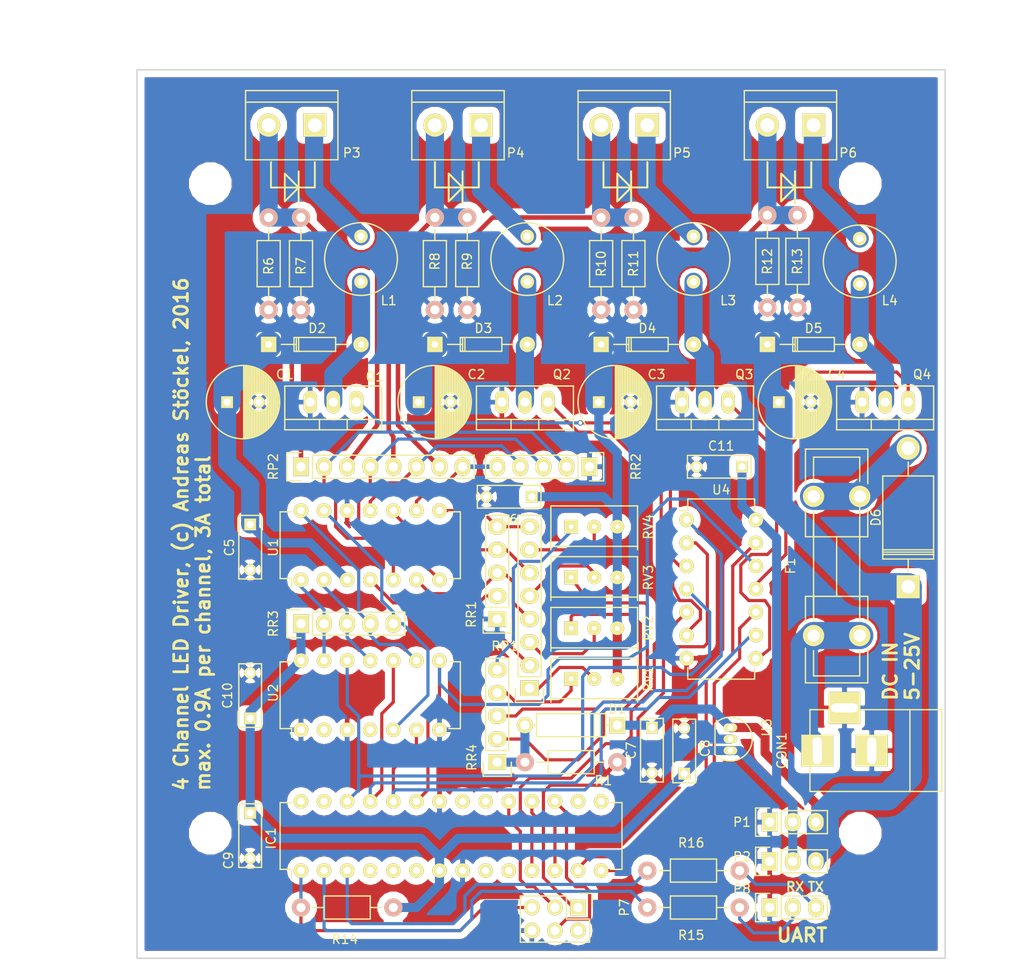
<source format=kicad_pcb>
(kicad_pcb (version 4) (host pcbnew 4.0.3-1.fc24-product)
  (title_block (title "LED Controller") (date 2016-10-29) (company "Andreas Stöckel"))
  (layers (0 F.Cu mixed) (31 B.Cu mixed) (34 B.Paste user hide) (35 F.Paste user hide) (36 B.SilkS user hide) (37 F.SilkS user) (38 B.Mask user hide) (39 F.Mask user hide) (44 Edge.Cuts user))
  (net 0 "")
  (net 1 VCC)
  (net 2 GND)
  (net 3 +3V3)
  (net 4 TRIGGER1)
  (net 5 TRIGGER2)
  (net 6 TRIGGER3)
  (net 7 TRIGGER4)
  (net 8 "Net-(IC1-Pad9)")
  (net 9 "Net-(IC1-Pad10)")
  (net 10 "Net-(IC1-Pad15)")
  (net 11 "Net-(IC1-Pad16)")
  (net 12 "Net-(IC1-Pad20)")
  (net 13 "Net-(IC1-Pad21)")
  (net 14 SENSE1)
  (net 15 SENSE2)
  (net 16 SENSE3)
  (net 17 SENSE4)
  (net 18 "Net-(IC1-Pad27)")
  (net 19 "Net-(IC1-Pad28)")
  (net 20 SWITCH1)
  (net 21 SWITCH2)
  (net 22 SWITCH3)
  (net 23 SWITCH4)
  (net 24 RESET)
  (net 25 "Net-(IC1-Pad2)")
  (net 26 "Net-(IC1-Pad3)")
  (net 27 MOSI)
  (net 28 MISO)
  (net 29 SCK)
  (net 30 "Net-(D1-Pad2)")
  (net 31 REF1)
  (net 32 REF2)
  (net 33 REF3)
  (net 34 REF4)
  (net 35 "Net-(RP1-Pad1)")
  (net 36 "Net-(RP1-Pad3)")
  (net 37 /PULLUP1)
  (net 38 /PULLUP2)
  (net 39 /PULLUP3)
  (net 40 /PULLUP4)
  (net 41 "Net-(RP1-Pad5)")
  (net 42 "Net-(RP1-Pad7)")
  (net 43 "Net-(IC1-Pad4)")
  (net 44 "Net-(IC1-Pad5)")
  (net 45 "Net-(IC1-Pad6)")
  (net 46 "Net-(D2-Pad2)")
  (net 47 "Net-(D3-Pad2)")
  (net 48 "Net-(D4-Pad2)")
  (net 49 "Net-(D5-Pad2)")
  (net 50 "Net-(L1-Pad1)")
  (net 51 "Net-(L2-Pad1)")
  (net 52 "Net-(L3-Pad1)")
  (net 53 "Net-(L4-Pad1)")
  (net 54 /IRAW1)
  (net 55 /IRAW2)
  (net 56 /IRAW3)
  (net 57 /IRAW4)
  (net 58 "Net-(P7-Pad2)")
  (net 59 ISENSE1)
  (net 60 ISENSE2)
  (net 61 ISENSE3)
  (net 62 ISENSE4)
  (net 63 "Net-(P8-Pad2)")
  (net 64 "Net-(P8-Pad3)")
  (net 65 "Net-(RR4-Pad2)")
  (net 66 "Net-(RR4-Pad3)")
  (net 67 "Net-(RR4-Pad4)")
  (net 68 "Net-(RR4-Pad5)")
  (net 69 "Net-(CON1-Pad1)")
  (net 70 "Net-(D6-Pad2)")
  (net 71 "Net-(U2-Pad2)")
  (net 72 "Net-(U2-Pad4)")
  (module Mounting_Holes:MountingHole_3.2mm_M3 (layer F.Cu) (at 171 114.5)
    (fp_text reference REF** hide)
    (fp_text value MountingHole_3.2mm_M3)
    (pad 1 np_thru_hole circle (at 0 0) (size 3.2 3.2) (drill 3.2) (layers *.Cu *.Mask F.SilkS))
  )
  (module Housings_DIP:DIP-14_W7.62mm (layer F.Cu) (at 109.474 86.614 90)
    (fp_text reference U1 (at 3.556 -3.048 270) (layer F.SilkS))
    (fp_text value LM339)
    (pad 1 thru_hole oval (at 0 0 90) (size 1.6 1.6) (drill 0.8) (layers *.Cu *.Mask F.SilkS) (net 38 /PULLUP2))
    (pad 2 thru_hole oval (at 0 2.54 90) (size 1.6 1.6) (drill 0.8) (layers *.Cu *.Mask F.SilkS) (net 37 /PULLUP1))
    (pad 3 thru_hole oval (at 0 5.08 90) (size 1.6 1.6) (drill 0.8) (layers *.Cu *.Mask F.SilkS) (net 1 VCC))
    (pad 4 thru_hole oval (at 0 7.62 90) (size 1.6 1.6) (drill 0.8) (layers *.Cu *.Mask F.SilkS) (net 31 REF1))
    (pad 5 thru_hole oval (at 0 10.16 90) (size 1.6 1.6) (drill 0.8) (layers *.Cu *.Mask F.SilkS) (net 59 ISENSE1))
    (pad 6 thru_hole oval (at 0 12.7 90) (size 1.6 1.6) (drill 0.8) (layers *.Cu *.Mask F.SilkS) (net 32 REF2))
    (pad 7 thru_hole oval (at 0 15.24 90) (size 1.6 1.6) (drill 0.8) (layers *.Cu *.Mask F.SilkS) (net 60 ISENSE2))
    (pad 8 thru_hole oval (at 7.62 15.24 90) (size 1.6 1.6) (drill 0.8) (layers *.Cu *.Mask F.SilkS) (net 34 REF4))
    (pad 9 thru_hole oval (at 7.62 12.7 90) (size 1.6 1.6) (drill 0.8) (layers *.Cu *.Mask F.SilkS) (net 62 ISENSE4))
    (pad 10 thru_hole oval (at 7.62 10.16 90) (size 1.6 1.6) (drill 0.8) (layers *.Cu *.Mask F.SilkS) (net 33 REF3))
    (pad 11 thru_hole oval (at 7.62 7.62 90) (size 1.6 1.6) (drill 0.8) (layers *.Cu *.Mask F.SilkS) (net 61 ISENSE3))
    (pad 12 thru_hole oval (at 7.62 5.08 90) (size 1.6 1.6) (drill 0.8) (layers *.Cu *.Mask F.SilkS) (net 2 GND))
    (pad 13 thru_hole oval (at 7.62 2.54 90) (size 1.6 1.6) (drill 0.8) (layers *.Cu *.Mask F.SilkS) (net 39 /PULLUP3))
    (pad 14 thru_hole oval (at 7.62 0 90) (size 1.6 1.6) (drill 0.8) (layers *.Cu *.Mask F.SilkS) (net 40 /PULLUP4))
  )
  (module Pin_Headers:Pin_Header_Straight_1x05 (layer F.Cu) (at 109.474 91.44 90)
    (fp_text reference RR3 (at 0 -3.048 90) (layer F.SilkS))
    (fp_text value 10k)
    (pad 1 thru_hole rect (at 0 0 90) (size 2.032 1.7272) (drill 1.016) (layers *.Cu *.Mask F.SilkS) (net 3 +3V3))
    (pad 2 thru_hole oval (at 0 2.54 90) (size 2.032 1.7272) (drill 1.016) (layers *.Cu *.Mask F.SilkS) (net 38 /PULLUP2))
    (pad 3 thru_hole oval (at 0 5.08 90) (size 2.032 1.7272) (drill 1.016) (layers *.Cu *.Mask F.SilkS) (net 37 /PULLUP1))
    (pad 4 thru_hole oval (at 0 7.62 90) (size 2.032 1.7272) (drill 1.016) (layers *.Cu *.Mask F.SilkS) (net 40 /PULLUP4))
    (pad 5 thru_hole oval (at 0 10.16 90) (size 2.032 1.7272) (drill 1.016) (layers *.Cu *.Mask F.SilkS) (net 39 /PULLUP3))
  )
  (module Pin_Headers:Pin_Header_Straight_1x03 (layer F.Cu) (at 161.036 122.682 90)
    (fp_text reference P8 (at 2.032 -3.048 180) (layer F.SilkS))
    (fp_text value COM)
    (pad 1 thru_hole rect (at 0 0 90) (size 2.032 1.7272) (drill 1.016) (layers *.Cu *.Mask F.SilkS) (net 2 GND))
    (pad 2 thru_hole oval (at 0 2.54 90) (size 2.032 1.7272) (drill 1.016) (layers *.Cu *.Mask F.SilkS) (net 63 "Net-(P8-Pad2)"))
    (pad 3 thru_hole oval (at 0 5.08 90) (size 2.032 1.7272) (drill 1.016) (layers *.Cu *.Mask F.SilkS) (net 64 "Net-(P8-Pad3)"))
  )
  (module TO_SOT_Packages_THT:TO-220_Neutral123_Vertical (layer F.Cu) (at 113.03 67.056 180)
    (fp_text reference Q1 (at -4.572 2.794 180) (layer F.SilkS))
    (fp_text value "IRLU 120N")
    (pad 2 thru_hole oval (at 0 0 270) (size 2.49936 1.50114) (drill 1.00076) (layers *.Cu *.Mask F.SilkS) (net 46 "Net-(D2-Pad2)"))
    (pad 1 thru_hole oval (at -2.54 0 270) (size 2.49936 1.50114) (drill 1.00076) (layers *.Cu *.Mask F.SilkS) (net 20 SWITCH1))
    (pad 3 thru_hole oval (at 2.54 0 270) (size 2.49936 1.50114) (drill 1.00076) (layers *.Cu *.Mask F.SilkS) (net 2 GND))
  )
  (module Diodes_ThroughHole:Diode_DO-35_SOD27_Horizontal_RM10 (layer F.Cu) (at 105.918 60.706)
    (fp_text reference D2 (at 5.334 -1.778) (layer F.SilkS))
    (fp_text value SD101C)
    (pad 2 thru_hole circle (at 10.16052 -0.00254 180) (size 1.69926 1.69926) (drill 0.70104) (layers *.Cu *.Mask F.SilkS) (net 46 "Net-(D2-Pad2)"))
    (pad 1 thru_hole rect (at 0.00052 -0.00254 180) (size 1.69926 1.69926) (drill 0.70104) (layers *.Cu *.Mask F.SilkS) (net 1 VCC))
  )
  (module Discret:D4 (layer F.Cu) (at 139.192 102.616)
    (fp_text reference D1 (at 5.08 -1.778) (layer F.SilkS))
    (fp_text value 3V6)
    (pad 2 thru_hole circle (at -5.08 0) (size 1.778 1.778) (drill 1.016) (layers *.Cu *.Mask F.SilkS) (net 30 "Net-(D1-Pad2)"))
    (pad 1 thru_hole rect (at 5.08 0) (size 1.778 1.778) (drill 1.016) (layers *.Cu *.Mask F.SilkS) (net 1 VCC))
  )
  (module Diodes_ThroughHole:Diode_DO-35_SOD27_Horizontal_RM10 (layer F.Cu) (at 124.206 60.706)
    (fp_text reference D3 (at 5.334 -1.778) (layer F.SilkS))
    (fp_text value SD101C)
    (pad 2 thru_hole circle (at 10.16052 -0.00254 180) (size 1.69926 1.69926) (drill 0.70104) (layers *.Cu *.Mask F.SilkS) (net 47 "Net-(D3-Pad2)"))
    (pad 1 thru_hole rect (at 0.00052 -0.00254 180) (size 1.69926 1.69926) (drill 0.70104) (layers *.Cu *.Mask F.SilkS) (net 1 VCC))
  )
  (module Diodes_ThroughHole:Diode_DO-35_SOD27_Horizontal_RM10 (layer F.Cu) (at 142.494 60.706)
    (fp_text reference D4 (at 5.08 -1.778) (layer F.SilkS))
    (fp_text value SD101C)
    (pad 2 thru_hole circle (at 10.16052 -0.00254 180) (size 1.69926 1.69926) (drill 0.70104) (layers *.Cu *.Mask F.SilkS) (net 48 "Net-(D4-Pad2)"))
    (pad 1 thru_hole rect (at 0.00052 -0.00254 180) (size 1.69926 1.69926) (drill 0.70104) (layers *.Cu *.Mask F.SilkS) (net 1 VCC))
  )
  (module Diodes_ThroughHole:Diode_DO-35_SOD27_Horizontal_RM10 (layer F.Cu) (at 160.782 60.706)
    (fp_text reference D5 (at 5.08 -1.778) (layer F.SilkS))
    (fp_text value SD101C)
    (pad 2 thru_hole circle (at 10.16052 -0.00254 180) (size 1.69926 1.69926) (drill 0.70104) (layers *.Cu *.Mask F.SilkS) (net 49 "Net-(D5-Pad2)"))
    (pad 1 thru_hole rect (at 0.00052 -0.00254 180) (size 1.69926 1.69926) (drill 0.70104) (layers *.Cu *.Mask F.SilkS) (net 1 VCC))
  )
  (module Housings_DIP:DIP-28_W7.62mm (layer F.Cu) (at 109.474 118.618 90)
    (fp_text reference IC1 (at 3.556 -3.302 90) (layer F.SilkS))
    (fp_text value ATMEGA168A-P)
    (pad 1 thru_hole oval (at 0 0 90) (size 1.6 1.6) (drill 0.8) (layers *.Cu *.Mask F.SilkS) (net 24 RESET))
    (pad 2 thru_hole oval (at 0 2.54 90) (size 1.6 1.6) (drill 0.8) (layers *.Cu *.Mask F.SilkS) (net 25 "Net-(IC1-Pad2)"))
    (pad 3 thru_hole oval (at 0 5.08 90) (size 1.6 1.6) (drill 0.8) (layers *.Cu *.Mask F.SilkS) (net 26 "Net-(IC1-Pad3)"))
    (pad 4 thru_hole oval (at 0 7.62 90) (size 1.6 1.6) (drill 0.8) (layers *.Cu *.Mask F.SilkS) (net 43 "Net-(IC1-Pad4)"))
    (pad 5 thru_hole oval (at 0 10.16 90) (size 1.6 1.6) (drill 0.8) (layers *.Cu *.Mask F.SilkS) (net 44 "Net-(IC1-Pad5)"))
    (pad 6 thru_hole oval (at 0 12.7 90) (size 1.6 1.6) (drill 0.8) (layers *.Cu *.Mask F.SilkS) (net 45 "Net-(IC1-Pad6)"))
    (pad 7 thru_hole oval (at 0 15.24 90) (size 1.6 1.6) (drill 0.8) (layers *.Cu *.Mask F.SilkS) (net 3 +3V3))
    (pad 8 thru_hole oval (at 0 17.78 90) (size 1.6 1.6) (drill 0.8) (layers *.Cu *.Mask F.SilkS) (net 2 GND))
    (pad 9 thru_hole oval (at 0 20.32 90) (size 1.6 1.6) (drill 0.8) (layers *.Cu *.Mask F.SilkS) (net 8 "Net-(IC1-Pad9)"))
    (pad 10 thru_hole oval (at 0 22.86 90) (size 1.6 1.6) (drill 0.8) (layers *.Cu *.Mask F.SilkS) (net 9 "Net-(IC1-Pad10)"))
    (pad 11 thru_hole oval (at 0 25.4 90) (size 1.6 1.6) (drill 0.8) (layers *.Cu *.Mask F.SilkS) (net 5 TRIGGER2))
    (pad 12 thru_hole oval (at 0 27.94 90) (size 1.6 1.6) (drill 0.8) (layers *.Cu *.Mask F.SilkS) (net 4 TRIGGER1))
    (pad 13 thru_hole oval (at 0 30.48 90) (size 1.6 1.6) (drill 0.8) (layers *.Cu *.Mask F.SilkS) (net 7 TRIGGER4))
    (pad 14 thru_hole oval (at 0 33.02 90) (size 1.6 1.6) (drill 0.8) (layers *.Cu *.Mask F.SilkS) (net 6 TRIGGER3))
    (pad 15 thru_hole oval (at 7.62 33.02 90) (size 1.6 1.6) (drill 0.8) (layers *.Cu *.Mask F.SilkS) (net 10 "Net-(IC1-Pad15)"))
    (pad 16 thru_hole oval (at 7.62 30.48 90) (size 1.6 1.6) (drill 0.8) (layers *.Cu *.Mask F.SilkS) (net 11 "Net-(IC1-Pad16)"))
    (pad 17 thru_hole oval (at 7.62 27.94 90) (size 1.6 1.6) (drill 0.8) (layers *.Cu *.Mask F.SilkS) (net 27 MOSI))
    (pad 18 thru_hole oval (at 7.62 25.4 90) (size 1.6 1.6) (drill 0.8) (layers *.Cu *.Mask F.SilkS) (net 28 MISO))
    (pad 19 thru_hole oval (at 7.62 22.86 90) (size 1.6 1.6) (drill 0.8) (layers *.Cu *.Mask F.SilkS) (net 29 SCK))
    (pad 20 thru_hole oval (at 7.62 20.32 90) (size 1.6 1.6) (drill 0.8) (layers *.Cu *.Mask F.SilkS) (net 12 "Net-(IC1-Pad20)"))
    (pad 21 thru_hole oval (at 7.62 17.78 90) (size 1.6 1.6) (drill 0.8) (layers *.Cu *.Mask F.SilkS) (net 13 "Net-(IC1-Pad21)"))
    (pad 22 thru_hole oval (at 7.62 15.24 90) (size 1.6 1.6) (drill 0.8) (layers *.Cu *.Mask F.SilkS) (net 2 GND))
    (pad 23 thru_hole oval (at 7.62 12.7 90) (size 1.6 1.6) (drill 0.8) (layers *.Cu *.Mask F.SilkS) (net 17 SENSE4))
    (pad 24 thru_hole oval (at 7.62 10.16 90) (size 1.6 1.6) (drill 0.8) (layers *.Cu *.Mask F.SilkS) (net 16 SENSE3))
    (pad 25 thru_hole oval (at 7.62 7.62 90) (size 1.6 1.6) (drill 0.8) (layers *.Cu *.Mask F.SilkS) (net 14 SENSE1))
    (pad 26 thru_hole oval (at 7.62 5.08 90) (size 1.6 1.6) (drill 0.8) (layers *.Cu *.Mask F.SilkS) (net 15 SENSE2))
    (pad 27 thru_hole oval (at 7.62 2.54 90) (size 1.6 1.6) (drill 0.8) (layers *.Cu *.Mask F.SilkS) (net 18 "Net-(IC1-Pad27)"))
    (pad 28 thru_hole oval (at 7.62 0 90) (size 1.6 1.6) (drill 0.8) (layers *.Cu *.Mask F.SilkS) (net 19 "Net-(IC1-Pad28)"))
  )
  (module Inductors_NEOSID:Neosid_Inductor_Sd8 (layer F.Cu) (at 116.078 51.308 270)
    (fp_text reference L1 (at 4.572 -3.048 360) (layer F.SilkS))
    (fp_text value 100u)
    (pad 2 thru_hole circle (at 2.49936 0 270) (size 1.50114 1.50114) (drill 0.8001) (layers *.Cu *.Mask F.SilkS) (net 46 "Net-(D2-Pad2)"))
    (pad 1 thru_hole circle (at -2.49936 0 270) (size 1.50114 1.50114) (drill 0.8001) (layers *.Cu *.Mask F.SilkS) (net 50 "Net-(L1-Pad1)"))
  )
  (module Inductors_NEOSID:Neosid_Inductor_Sd8 (layer F.Cu) (at 134.366 51.308 270)
    (fp_text reference L2 (at 4.572 -3.048 360) (layer F.SilkS))
    (fp_text value 100u)
    (pad 2 thru_hole circle (at 2.49936 0 270) (size 1.50114 1.50114) (drill 0.8001) (layers *.Cu *.Mask F.SilkS) (net 47 "Net-(D3-Pad2)"))
    (pad 1 thru_hole circle (at -2.49936 0 270) (size 1.50114 1.50114) (drill 0.8001) (layers *.Cu *.Mask F.SilkS) (net 51 "Net-(L2-Pad1)"))
  )
  (module Inductors_NEOSID:Neosid_Inductor_Sd8 (layer F.Cu) (at 152.654 51.308 270)
    (fp_text reference L3 (at 4.572 -3.81 360) (layer F.SilkS))
    (fp_text value 100u)
    (pad 2 thru_hole circle (at 2.49936 0 270) (size 1.50114 1.50114) (drill 0.8001) (layers *.Cu *.Mask F.SilkS) (net 48 "Net-(D4-Pad2)"))
    (pad 1 thru_hole circle (at -2.49936 0 270) (size 1.50114 1.50114) (drill 0.8001) (layers *.Cu *.Mask F.SilkS) (net 52 "Net-(L3-Pad1)"))
  )
  (module Inductors_NEOSID:Neosid_Inductor_Sd8 (layer F.Cu) (at 170.942 51.562 270)
    (fp_text reference L4 (at 4.318 -3.302 360) (layer F.SilkS))
    (fp_text value 100u)
    (pad 2 thru_hole circle (at 2.49936 0 270) (size 1.50114 1.50114) (drill 0.8001) (layers *.Cu *.Mask F.SilkS) (net 49 "Net-(D5-Pad2)"))
    (pad 1 thru_hole circle (at -2.49936 0 270) (size 1.50114 1.50114) (drill 0.8001) (layers *.Cu *.Mask F.SilkS) (net 53 "Net-(L4-Pad1)"))
  )
  (module Pin_Headers:Pin_Header_Straight_1x03 (layer F.Cu) (at 161.036 117.602 90)
    (fp_text reference P1 (at 4.318 -3.048 180) (layer F.SilkS))
    (fp_text value VIN)
    (pad 1 thru_hole rect (at 0 0 90) (size 2.032 1.7272) (drill 1.016) (layers *.Cu *.Mask F.SilkS) (net 2 GND))
    (pad 2 thru_hole oval (at 0 2.54 90) (size 2.032 1.7272) (drill 1.016) (layers *.Cu *.Mask F.SilkS) (net 3 +3V3))
    (pad 3 thru_hole oval (at 0 5.08 90) (size 2.032 1.7272) (drill 1.016) (layers *.Cu *.Mask F.SilkS) (net 1 VCC))
  )
  (module Pin_Headers:Pin_Header_Straight_1x03 (layer F.Cu) (at 161.036 113.284 90)
    (fp_text reference P2 (at -3.81 -3.048 180) (layer F.SilkS))
    (fp_text value VOUT)
    (pad 1 thru_hole rect (at 0 0 90) (size 2.032 1.7272) (drill 1.016) (layers *.Cu *.Mask F.SilkS) (net 2 GND))
    (pad 2 thru_hole oval (at 0 2.54 90) (size 2.032 1.7272) (drill 1.016) (layers *.Cu *.Mask F.SilkS) (net 3 +3V3))
    (pad 3 thru_hole oval (at 0 5.08 90) (size 2.032 1.7272) (drill 1.016) (layers *.Cu *.Mask F.SilkS) (net 1 VCC))
  )
  (module TO_SOT_Packages_THT:TO-220_Neutral123_Vertical (layer F.Cu) (at 134.112 67.056 180)
    (fp_text reference Q2 (at -4.064 3.048 180) (layer F.SilkS))
    (fp_text value "IRLU 120N")
    (pad 2 thru_hole oval (at 0 0 270) (size 2.49936 1.50114) (drill 1.00076) (layers *.Cu *.Mask F.SilkS) (net 47 "Net-(D3-Pad2)"))
    (pad 1 thru_hole oval (at -2.54 0 270) (size 2.49936 1.50114) (drill 1.00076) (layers *.Cu *.Mask F.SilkS) (net 21 SWITCH2))
    (pad 3 thru_hole oval (at 2.54 0 270) (size 2.49936 1.50114) (drill 1.00076) (layers *.Cu *.Mask F.SilkS) (net 2 GND))
  )
  (module TO_SOT_Packages_THT:TO-220_Neutral123_Vertical (layer F.Cu) (at 153.924 67.056 180)
    (fp_text reference Q3 (at -4.318 3.048 180) (layer F.SilkS))
    (fp_text value "IRLU 120N")
    (pad 2 thru_hole oval (at 0 0 270) (size 2.49936 1.50114) (drill 1.00076) (layers *.Cu *.Mask F.SilkS) (net 48 "Net-(D4-Pad2)"))
    (pad 1 thru_hole oval (at -2.54 0 270) (size 2.49936 1.50114) (drill 1.00076) (layers *.Cu *.Mask F.SilkS) (net 22 SWITCH3))
    (pad 3 thru_hole oval (at 2.54 0 270) (size 2.49936 1.50114) (drill 1.00076) (layers *.Cu *.Mask F.SilkS) (net 2 GND))
  )
  (module TO_SOT_Packages_THT:TO-220_Neutral123_Vertical (layer F.Cu) (at 173.736 67.056 180)
    (fp_text reference Q4 (at -4.064 3.048 180) (layer F.SilkS))
    (fp_text value "IRLU 120N")
    (pad 2 thru_hole oval (at 0 0 270) (size 2.49936 1.50114) (drill 1.00076) (layers *.Cu *.Mask F.SilkS) (net 49 "Net-(D5-Pad2)"))
    (pad 1 thru_hole oval (at -2.54 0 270) (size 2.49936 1.50114) (drill 1.00076) (layers *.Cu *.Mask F.SilkS) (net 23 SWITCH4))
    (pad 3 thru_hole oval (at 2.54 0 270) (size 2.49936 1.50114) (drill 1.00076) (layers *.Cu *.Mask F.SilkS) (net 2 GND))
  )
  (module Resistors_ThroughHole:Resistor_Horizontal_RM10mm (layer F.Cu) (at 134.112 106.68)
    (fp_text reference R1 (at 8.636 2.032) (layer F.SilkS))
    (fp_text value 1k)
    (pad 1 thru_hole circle (at 0 0) (size 1.99898 1.99898) (drill 1.00076) (layers *.Cu *.SilkS *.Mask) (net 30 "Net-(D1-Pad2)"))
    (pad 2 thru_hole circle (at 10.16 0) (size 1.99898 1.99898) (drill 1.00076) (layers *.Cu *.SilkS *.Mask) (net 2 GND))
  )
  (module Resistors_ThroughHole:Resistor_Horizontal_RM10mm (layer F.Cu) (at 142.494 56.896 90)
    (fp_text reference R10 (at 5.08 0 90) (layer F.SilkS))
    (fp_text value 2)
    (pad 1 thru_hole circle (at 0 0 90) (size 1.99898 1.99898) (drill 1.00076) (layers *.Cu *.SilkS *.Mask) (net 1 VCC))
    (pad 2 thru_hole circle (at 10.16 0 90) (size 1.99898 1.99898) (drill 1.00076) (layers *.Cu *.SilkS *.Mask) (net 56 /IRAW3))
  )
  (module Pin_Headers:Pin_Header_Straight_1x08 (layer F.Cu) (at 134.62 98.552 180)
    (fp_text reference RP1 (at 2.7305 4.6355 180) (layer F.SilkS))
    (fp_text value 10k)
    (pad 1 thru_hole rect (at 0 0 180) (size 2.032 1.7272) (drill 1.016) (layers *.Cu *.Mask F.SilkS) (net 35 "Net-(RP1-Pad1)"))
    (pad 2 thru_hole oval (at 0 2.54 180) (size 2.032 1.7272) (drill 1.016) (layers *.Cu *.Mask F.SilkS) (net 31 REF1))
    (pad 3 thru_hole oval (at 0 5.08 180) (size 2.032 1.7272) (drill 1.016) (layers *.Cu *.Mask F.SilkS) (net 36 "Net-(RP1-Pad3)"))
    (pad 4 thru_hole oval (at 0 7.62 180) (size 2.032 1.7272) (drill 1.016) (layers *.Cu *.Mask F.SilkS) (net 32 REF2))
    (pad 5 thru_hole oval (at 0 10.16 180) (size 2.032 1.7272) (drill 1.016) (layers *.Cu *.Mask F.SilkS) (net 41 "Net-(RP1-Pad5)"))
    (pad 6 thru_hole oval (at 0 12.7 180) (size 2.032 1.7272) (drill 1.016) (layers *.Cu *.Mask F.SilkS) (net 33 REF3))
    (pad 7 thru_hole oval (at 0 15.24 180) (size 2.032 1.7272) (drill 1.016) (layers *.Cu *.Mask F.SilkS) (net 42 "Net-(RP1-Pad7)"))
    (pad 8 thru_hole oval (at 0 17.78 180) (size 2.032 1.7272) (drill 1.016) (layers *.Cu *.Mask F.SilkS) (net 34 REF4))
  )
  (module Pin_Headers:Pin_Header_Straight_1x08 (layer F.Cu) (at 109.474 74.168 90)
    (fp_text reference RP2 (at 0 -3.048 90) (layer F.SilkS))
    (fp_text value 10k)
    (pad 1 thru_hole rect (at 0 0 90) (size 2.032 1.7272) (drill 1.016) (layers *.Cu *.Mask F.SilkS) (net 54 /IRAW1))
    (pad 2 thru_hole oval (at 0 2.54 90) (size 2.032 1.7272) (drill 1.016) (layers *.Cu *.Mask F.SilkS) (net 59 ISENSE1))
    (pad 3 thru_hole oval (at 0 5.08 90) (size 2.032 1.7272) (drill 1.016) (layers *.Cu *.Mask F.SilkS) (net 55 /IRAW2))
    (pad 4 thru_hole oval (at 0 7.62 90) (size 2.032 1.7272) (drill 1.016) (layers *.Cu *.Mask F.SilkS) (net 60 ISENSE2))
    (pad 5 thru_hole oval (at 0 10.16 90) (size 2.032 1.7272) (drill 1.016) (layers *.Cu *.Mask F.SilkS) (net 56 /IRAW3))
    (pad 6 thru_hole oval (at 0 12.7 90) (size 2.032 1.7272) (drill 1.016) (layers *.Cu *.Mask F.SilkS) (net 61 ISENSE3))
    (pad 7 thru_hole oval (at 0 15.24 90) (size 2.032 1.7272) (drill 1.016) (layers *.Cu *.Mask F.SilkS) (net 57 /IRAW4))
    (pad 8 thru_hole oval (at 0 17.78 90) (size 2.032 1.7272) (drill 1.016) (layers *.Cu *.Mask F.SilkS) (net 62 ISENSE4))
  )
  (module Pin_Headers:Pin_Header_Straight_1x05 (layer F.Cu) (at 131.064 90.932 180)
    (fp_text reference RR1 (at 2.8575 0.508 270) (layer F.SilkS))
    (fp_text value 10k)
    (pad 1 thru_hole rect (at 0 0 180) (size 2.032 1.7272) (drill 1.016) (layers *.Cu *.Mask F.SilkS) (net 2 GND))
    (pad 2 thru_hole oval (at 0 2.54 180) (size 2.032 1.7272) (drill 1.016) (layers *.Cu *.Mask F.SilkS) (net 31 REF1))
    (pad 3 thru_hole oval (at 0 5.08 180) (size 2.032 1.7272) (drill 1.016) (layers *.Cu *.Mask F.SilkS) (net 32 REF2))
    (pad 4 thru_hole oval (at 0 7.62 180) (size 2.032 1.7272) (drill 1.016) (layers *.Cu *.Mask F.SilkS) (net 33 REF3))
    (pad 5 thru_hole oval (at 0 10.16 180) (size 2.032 1.7272) (drill 1.016) (layers *.Cu *.Mask F.SilkS) (net 34 REF4))
  )
  (module Pin_Headers:Pin_Header_Straight_1x05 (layer F.Cu) (at 141.224 74.168 270)
    (fp_text reference RR2 (at 0 -5.1 270) (layer F.SilkS))
    (fp_text value 10k)
    (pad 1 thru_hole rect (at 0 0 270) (size 2.032 1.7272) (drill 1.016) (layers *.Cu *.Mask F.SilkS) (net 2 GND))
    (pad 2 thru_hole oval (at 0 2.54 270) (size 2.032 1.7272) (drill 1.016) (layers *.Cu *.Mask F.SilkS) (net 59 ISENSE1))
    (pad 3 thru_hole oval (at 0 5.08 270) (size 2.032 1.7272) (drill 1.016) (layers *.Cu *.Mask F.SilkS) (net 60 ISENSE2))
    (pad 4 thru_hole oval (at 0 7.62 270) (size 2.032 1.7272) (drill 1.016) (layers *.Cu *.Mask F.SilkS) (net 61 ISENSE3))
    (pad 5 thru_hole oval (at 0 10.16 270) (size 2.032 1.7272) (drill 1.016) (layers *.Cu *.Mask F.SilkS) (net 62 ISENSE4))
  )
  (module Housings_DIP:DIP-14_W7.62mm (layer F.Cu) (at 109.474 103.124 90)
    (fp_text reference U2 (at 4.064 -3.048 90) (layer F.SilkS))
    (fp_text value 74HCT04_3V3)
    (pad 1 thru_hole oval (at 0 0 90) (size 1.6 1.6) (drill 0.8) (layers *.Cu *.Mask F.SilkS) (net 2 GND))
    (pad 2 thru_hole oval (at 0 2.54 90) (size 1.6 1.6) (drill 0.8) (layers *.Cu *.Mask F.SilkS) (net 71 "Net-(U2-Pad2)"))
    (pad 3 thru_hole oval (at 0 5.08 90) (size 1.6 1.6) (drill 0.8) (layers *.Cu *.Mask F.SilkS) (net 2 GND))
    (pad 4 thru_hole oval (at 0 7.62 90) (size 1.6 1.6) (drill 0.8) (layers *.Cu *.Mask F.SilkS) (net 72 "Net-(U2-Pad4)"))
    (pad 5 thru_hole oval (at 0 10.16 90) (size 1.6 1.6) (drill 0.8) (layers *.Cu *.Mask F.SilkS) (net 39 /PULLUP3))
    (pad 6 thru_hole oval (at 0 12.7 90) (size 1.6 1.6) (drill 0.8) (layers *.Cu *.Mask F.SilkS) (net 16 SENSE3))
    (pad 7 thru_hole oval (at 0 15.24 90) (size 1.6 1.6) (drill 0.8) (layers *.Cu *.Mask F.SilkS) (net 2 GND))
    (pad 8 thru_hole oval (at 7.62 15.24 90) (size 1.6 1.6) (drill 0.8) (layers *.Cu *.Mask F.SilkS) (net 17 SENSE4))
    (pad 9 thru_hole oval (at 7.62 12.7 90) (size 1.6 1.6) (drill 0.8) (layers *.Cu *.Mask F.SilkS) (net 40 /PULLUP4))
    (pad 10 thru_hole oval (at 7.62 10.16 90) (size 1.6 1.6) (drill 0.8) (layers *.Cu *.Mask F.SilkS) (net 14 SENSE1))
    (pad 11 thru_hole oval (at 7.62 7.62 90) (size 1.6 1.6) (drill 0.8) (layers *.Cu *.Mask F.SilkS) (net 37 /PULLUP1))
    (pad 12 thru_hole oval (at 7.62 5.08 90) (size 1.6 1.6) (drill 0.8) (layers *.Cu *.Mask F.SilkS) (net 15 SENSE2))
    (pad 13 thru_hole oval (at 7.62 2.54 90) (size 1.6 1.6) (drill 0.8) (layers *.Cu *.Mask F.SilkS) (net 38 /PULLUP2))
    (pad 14 thru_hole oval (at 7.62 0 90) (size 1.6 1.6) (drill 0.8) (layers *.Cu *.Mask F.SilkS) (net 3 +3V3))
  )
  (module Housings_DIP:DIP-14_W7.62mm (layer F.Cu) (at 151.892 80.01)
    (fp_text reference U4 (at 3.81 -3.302) (layer F.SilkS))
    (fp_text value 74HC08_3V3)
    (pad 1 thru_hole oval (at 0 0) (size 1.6 1.6) (drill 0.8) (layers *.Cu *.Mask F.SilkS) (net 14 SENSE1))
    (pad 2 thru_hole oval (at 0 2.54) (size 1.6 1.6) (drill 0.8) (layers *.Cu *.Mask F.SilkS) (net 4 TRIGGER1))
    (pad 3 thru_hole oval (at 0 5.08) (size 1.6 1.6) (drill 0.8) (layers *.Cu *.Mask F.SilkS) (net 20 SWITCH1))
    (pad 4 thru_hole oval (at 0 7.62) (size 1.6 1.6) (drill 0.8) (layers *.Cu *.Mask F.SilkS) (net 15 SENSE2))
    (pad 5 thru_hole oval (at 0 10.16) (size 1.6 1.6) (drill 0.8) (layers *.Cu *.Mask F.SilkS) (net 5 TRIGGER2))
    (pad 6 thru_hole oval (at 0 12.7) (size 1.6 1.6) (drill 0.8) (layers *.Cu *.Mask F.SilkS) (net 21 SWITCH2))
    (pad 7 thru_hole oval (at 0 15.24) (size 1.6 1.6) (drill 0.8) (layers *.Cu *.Mask F.SilkS) (net 2 GND))
    (pad 8 thru_hole oval (at 7.62 15.24) (size 1.6 1.6) (drill 0.8) (layers *.Cu *.Mask F.SilkS) (net 22 SWITCH3))
    (pad 9 thru_hole oval (at 7.62 12.7) (size 1.6 1.6) (drill 0.8) (layers *.Cu *.Mask F.SilkS) (net 16 SENSE3))
    (pad 10 thru_hole oval (at 7.62 10.16) (size 1.6 1.6) (drill 0.8) (layers *.Cu *.Mask F.SilkS) (net 6 TRIGGER3))
    (pad 11 thru_hole oval (at 7.62 7.62) (size 1.6 1.6) (drill 0.8) (layers *.Cu *.Mask F.SilkS) (net 23 SWITCH4))
    (pad 12 thru_hole oval (at 7.62 5.08) (size 1.6 1.6) (drill 0.8) (layers *.Cu *.Mask F.SilkS) (net 17 SENSE4))
    (pad 13 thru_hole oval (at 7.62 2.54) (size 1.6 1.6) (drill 0.8) (layers *.Cu *.Mask F.SilkS) (net 7 TRIGGER4))
    (pad 14 thru_hole oval (at 7.62 0) (size 1.6 1.6) (drill 0.8) (layers *.Cu *.Mask F.SilkS) (net 3 +3V3))
  )
  (module Resistors_ThroughHole:Resistor_Horizontal_RM10mm (layer F.Cu) (at 146.05 56.896 90)
    (fp_text reference R11 (at 5.08 0 90) (layer F.SilkS))
    (fp_text value 2)
    (pad 1 thru_hole circle (at 0 0 90) (size 1.99898 1.99898) (drill 1.00076) (layers *.Cu *.SilkS *.Mask) (net 1 VCC))
    (pad 2 thru_hole circle (at 10.16 0 90) (size 1.99898 1.99898) (drill 1.00076) (layers *.Cu *.SilkS *.Mask) (net 56 /IRAW3))
  )
  (module Resistors_ThroughHole:Resistor_Horizontal_RM10mm (layer F.Cu) (at 160.782 56.642 90)
    (fp_text reference R12 (at 5.08 0 90) (layer F.SilkS))
    (fp_text value 2)
    (pad 1 thru_hole circle (at 0 0 90) (size 1.99898 1.99898) (drill 1.00076) (layers *.Cu *.SilkS *.Mask) (net 1 VCC))
    (pad 2 thru_hole circle (at 10.16 0 90) (size 1.99898 1.99898) (drill 1.00076) (layers *.Cu *.SilkS *.Mask) (net 57 /IRAW4))
  )
  (module Resistors_ThroughHole:Resistor_Horizontal_RM10mm (layer F.Cu) (at 164.084 56.642 90)
    (fp_text reference R13 (at 5.08 0 90) (layer F.SilkS))
    (fp_text value 2)
    (pad 1 thru_hole circle (at 0 0 90) (size 1.99898 1.99898) (drill 1.00076) (layers *.Cu *.SilkS *.Mask) (net 1 VCC))
    (pad 2 thru_hole circle (at 10.16 0 90) (size 1.99898 1.99898) (drill 1.00076) (layers *.Cu *.SilkS *.Mask) (net 57 /IRAW4))
  )
  (module Resistors_ThroughHole:Resistor_Horizontal_RM10mm (layer F.Cu) (at 119.634 122.682 180)
    (fp_text reference R14 (at 5.32892 -3.50012 180) (layer F.SilkS))
    (fp_text value 10k)
    (pad 1 thru_hole circle (at 0 0 180) (size 1.99898 1.99898) (drill 1.00076) (layers *.Cu *.SilkS *.Mask) (net 3 +3V3))
    (pad 2 thru_hole circle (at 10.16 0 180) (size 1.99898 1.99898) (drill 1.00076) (layers *.Cu *.SilkS *.Mask) (net 24 RESET))
  )
  (module Resistors_ThroughHole:Resistor_Horizontal_RM10mm (layer F.Cu) (at 105.918 56.896 90)
    (fp_text reference R6 (at 4.826 0 90) (layer F.SilkS))
    (fp_text value 2)
    (pad 1 thru_hole circle (at 0 0 90) (size 1.99898 1.99898) (drill 1.00076) (layers *.Cu *.SilkS *.Mask) (net 1 VCC))
    (pad 2 thru_hole circle (at 10.16 0 90) (size 1.99898 1.99898) (drill 1.00076) (layers *.Cu *.SilkS *.Mask) (net 54 /IRAW1))
  )
  (module Resistors_ThroughHole:Resistor_Horizontal_RM10mm (layer F.Cu) (at 109.474 56.896 90)
    (fp_text reference R7 (at 4.826 0 90) (layer F.SilkS))
    (fp_text value 2)
    (pad 1 thru_hole circle (at 0 0 90) (size 1.99898 1.99898) (drill 1.00076) (layers *.Cu *.SilkS *.Mask) (net 1 VCC))
    (pad 2 thru_hole circle (at 10.16 0 90) (size 1.99898 1.99898) (drill 1.00076) (layers *.Cu *.SilkS *.Mask) (net 54 /IRAW1))
  )
  (module Resistors_ThroughHole:Resistor_Horizontal_RM10mm (layer F.Cu) (at 124.206 56.896 90)
    (fp_text reference R8 (at 5.334 0 90) (layer F.SilkS))
    (fp_text value 2)
    (pad 1 thru_hole circle (at 0 0 90) (size 1.99898 1.99898) (drill 1.00076) (layers *.Cu *.SilkS *.Mask) (net 1 VCC))
    (pad 2 thru_hole circle (at 10.16 0 90) (size 1.99898 1.99898) (drill 1.00076) (layers *.Cu *.SilkS *.Mask) (net 55 /IRAW2))
  )
  (module Resistors_ThroughHole:Resistor_Horizontal_RM10mm (layer F.Cu) (at 127.762 56.896 90)
    (fp_text reference R9 (at 5.334 0 90) (layer F.SilkS))
    (fp_text value 2)
    (pad 1 thru_hole circle (at 0 0 90) (size 1.99898 1.99898) (drill 1.00076) (layers *.Cu *.SilkS *.Mask) (net 1 VCC))
    (pad 2 thru_hole circle (at 10.16 0 90) (size 1.99898 1.99898) (drill 1.00076) (layers *.Cu *.SilkS *.Mask) (net 55 /IRAW2))
  )
  (module Resistors_ThroughHole:Resistor_Horizontal_RM10mm (layer F.Cu) (at 157.734 122.682 180)
    (fp_text reference R15 (at 5.334 -3.048 180) (layer F.SilkS))
    (fp_text value 1k)
    (pad 1 thru_hole circle (at 0 0 180) (size 1.99898 1.99898) (drill 1.00076) (layers *.Cu *.SilkS *.Mask) (net 63 "Net-(P8-Pad2)"))
    (pad 2 thru_hole circle (at 10.16 0 180) (size 1.99898 1.99898) (drill 1.00076) (layers *.Cu *.SilkS *.Mask) (net 25 "Net-(IC1-Pad2)"))
  )
  (module Resistors_ThroughHole:Resistor_Horizontal_RM10mm (layer F.Cu) (at 157.734 118.618 180)
    (fp_text reference R16 (at 5.334 3.048 180) (layer F.SilkS))
    (fp_text value 1k)
    (pad 1 thru_hole circle (at 0 0 180) (size 1.99898 1.99898) (drill 1.00076) (layers *.Cu *.SilkS *.Mask) (net 64 "Net-(P8-Pad3)"))
    (pad 2 thru_hole circle (at 10.16 0 180) (size 1.99898 1.99898) (drill 1.00076) (layers *.Cu *.SilkS *.Mask) (net 26 "Net-(IC1-Pad3)"))
  )
  (module Pin_Headers:Pin_Header_Straight_1x05 (layer F.Cu) (at 131.064 106.68 180)
    (fp_text reference RR4 (at 2.794 0.508 270) (layer F.SilkS))
    (fp_text value 27k)
    (pad 1 thru_hole rect (at 0 0 180) (size 2.032 1.7272) (drill 1.016) (layers *.Cu *.Mask F.SilkS) (net 30 "Net-(D1-Pad2)"))
    (pad 2 thru_hole oval (at 0 2.54 180) (size 2.032 1.7272) (drill 1.016) (layers *.Cu *.Mask F.SilkS) (net 65 "Net-(RR4-Pad2)"))
    (pad 3 thru_hole oval (at 0 5.08 180) (size 2.032 1.7272) (drill 1.016) (layers *.Cu *.Mask F.SilkS) (net 66 "Net-(RR4-Pad3)"))
    (pad 4 thru_hole oval (at 0 7.62 180) (size 2.032 1.7272) (drill 1.016) (layers *.Cu *.Mask F.SilkS) (net 67 "Net-(RR4-Pad4)"))
    (pad 5 thru_hole oval (at 0 10.16 180) (size 2.032 1.7272) (drill 1.016) (layers *.Cu *.Mask F.SilkS) (net 68 "Net-(RR4-Pad5)"))
  )
  (module Connect:BARREL_JACK (layer F.Cu) (at 172.466 105.41 180)
    (fp_text reference CON1 (at 10.09904 0 270) (layer F.SilkS))
    (fp_text value BARREL_JACK)
    (pad 1 thru_hole rect (at 6.20014 0 180) (size 3.50012 3.50012) (drill oval 1.00076 2.99974) (layers *.Cu *.Mask F.SilkS) (net 69 "Net-(CON1-Pad1)"))
    (pad 2 thru_hole rect (at 0.20066 0 180) (size 3.50012 3.50012) (drill oval 1.00076 2.99974) (layers *.Cu *.Mask F.SilkS) (net 2 GND))
    (pad 3 thru_hole rect (at 3.2004 4.699 180) (size 3.50012 3.50012) (drill oval 2.99974 1.00076) (layers *.Cu *.Mask F.SilkS) (net 2 GND))
  )
  (module Mounting_Holes:MountingHole_3.2mm_M3 (layer F.Cu) (at 99.5 114.5)
    (fp_text reference REF** hide)
    (fp_text value MountingHole_3.2mm_M3)
    (pad 1 np_thru_hole circle (at 0 0) (size 3.2 3.2) (drill 3.2) (layers *.Cu *.Mask F.SilkS))
  )
  (module Mounting_Holes:MountingHole_3.2mm_M3 (layer F.Cu) (at 99.5 43)
    (fp_text reference REF** hide)
    (fp_text value MountingHole_3.2mm_M3)
    (pad 1 np_thru_hole circle (at 0 0) (size 3.2 3.2) (drill 3.2) (layers *.Cu *.Mask F.SilkS))
  )
  (module Mounting_Holes:MountingHole_3.2mm_M3 (layer F.Cu) (at 171 43)
    (fp_text reference REF** hide)
    (fp_text value MountingHole_3.2mm_M3)
    (pad 1 np_thru_hole circle (at 0 0) (size 3.2 3.2) (drill 3.2) (layers *.Cu *.Mask F.SilkS))
  )
  (module Pin_Headers:Pin_Header_Straight_2x03 (layer F.Cu) (at 139.954 122.682 270)
    (fp_text reference P7 (at 0 -5.1 270) (layer F.SilkS))
    (fp_text value ISP)
    (pad 1 thru_hole rect (at 0 0 270) (size 1.7272 1.7272) (drill 1.016) (layers *.Cu *.Mask F.SilkS) (net 28 MISO))
    (pad 2 thru_hole oval (at 2.54 0 270) (size 1.7272 1.7272) (drill 1.016) (layers *.Cu *.Mask F.SilkS) (net 58 "Net-(P7-Pad2)"))
    (pad 3 thru_hole oval (at 0 2.54 270) (size 1.7272 1.7272) (drill 1.016) (layers *.Cu *.Mask F.SilkS) (net 29 SCK))
    (pad 4 thru_hole oval (at 2.54 2.54 270) (size 1.7272 1.7272) (drill 1.016) (layers *.Cu *.Mask F.SilkS) (net 27 MOSI))
    (pad 5 thru_hole oval (at 0 5.08 270) (size 1.7272 1.7272) (drill 1.016) (layers *.Cu *.Mask F.SilkS) (net 24 RESET))
    (pad 6 thru_hole oval (at 2.54 5.08 270) (size 1.7272 1.7272) (drill 1.016) (layers *.Cu *.Mask F.SilkS) (net 2 GND))
  )
  (module Fuse_Holders_and_Fuses:Fuseholder5x20_horiz_open_lateral_Type-II (layer F.Cu) (at 168.402 85.09 90)
    (fp_text reference F1 (at 0 -5.08 90) (layer F.SilkS))
    (fp_text value 3A)
    (pad 2 thru_hole circle (at 7.66064 -2.54 90) (size 2.3495 2.3495) (drill 1.34874) (layers *.Cu *.Mask F.SilkS) (net 70 "Net-(D6-Pad2)"))
    (pad 2 thru_hole circle (at 7.66064 2.54 90) (size 2.3495 2.3495) (drill 1.34874) (layers *.Cu *.Mask F.SilkS) (net 70 "Net-(D6-Pad2)"))
    (pad 1 thru_hole circle (at -7.66064 -2.54 90) (size 2.3495 2.3495) (drill 1.34874) (layers *.Cu *.Mask F.SilkS) (net 69 "Net-(CON1-Pad1)"))
    (pad 1 thru_hole circle (at -7.66064 2.54 90) (size 2.3495 2.3495) (drill 1.34874) (layers *.Cu *.Mask F.SilkS) (net 69 "Net-(CON1-Pad1)"))
  )
  (module TO_SOT_Packages_THT:TO-92_Inline_Narrow_Oval (layer F.Cu) (at 156.718 102.87 270)
    (fp_text reference U3 (at 0 -4 270) (layer F.SilkS))
    (fp_text value "LP 2950 ACZ3,3")
    (pad 2 thru_hole oval (at 1.27 0 90) (size 0.89916 1.50114) (drill 0.6) (layers *.Cu *.Mask F.SilkS) (net 2 GND))
    (pad 3 thru_hole oval (at 2.54 0 90) (size 0.89916 1.50114) (drill 0.6) (layers *.Cu *.Mask F.SilkS) (net 3 +3V3))
    (pad 1 thru_hole oval (at 0 0 90) (size 0.89916 1.50114) (drill 0.6) (layers *.Cu *.Mask F.SilkS) (net 1 VCC))
  )
  (module Connect:bornier2 (layer F.Cu) (at 108.458 36.576 180)
    (fp_text reference P3 (at -6.604 -3.048 180) (layer F.SilkS))
    (fp_text value LED1)
    (pad 1 thru_hole rect (at -2.54 0 180) (size 2.54 2.54) (drill 1.524) (layers *.Cu *.Mask F.SilkS) (net 50 "Net-(L1-Pad1)"))
    (pad 2 thru_hole circle (at 2.54 0 180) (size 2.54 2.54) (drill 1.524) (layers *.Cu *.Mask F.SilkS) (net 54 /IRAW1))
  )
  (module Connect:bornier2 (layer F.Cu) (at 126.746 36.576 180)
    (fp_text reference P4 (at -6.35 -3.048 180) (layer F.SilkS))
    (fp_text value CONN_01X02)
    (pad 1 thru_hole rect (at -2.54 0 180) (size 2.54 2.54) (drill 1.524) (layers *.Cu *.Mask F.SilkS) (net 51 "Net-(L2-Pad1)"))
    (pad 2 thru_hole circle (at 2.54 0 180) (size 2.54 2.54) (drill 1.524) (layers *.Cu *.Mask F.SilkS) (net 55 /IRAW2))
  )
  (module Connect:bornier2 (layer F.Cu) (at 145.034 36.576 180)
    (fp_text reference P5 (at -6.35 -3.048 180) (layer F.SilkS))
    (fp_text value CONN_01X02)
    (pad 1 thru_hole rect (at -2.54 0 180) (size 2.54 2.54) (drill 1.524) (layers *.Cu *.Mask F.SilkS) (net 52 "Net-(L3-Pad1)"))
    (pad 2 thru_hole circle (at 2.54 0 180) (size 2.54 2.54) (drill 1.524) (layers *.Cu *.Mask F.SilkS) (net 56 /IRAW3))
  )
  (module Connect:bornier2 (layer F.Cu) (at 163.322 36.576 180)
    (fp_text reference P6 (at -6.35 -3.048 180) (layer F.SilkS))
    (fp_text value CONN_01X02)
    (pad 1 thru_hole rect (at -2.54 0 180) (size 2.54 2.54) (drill 1.524) (layers *.Cu *.Mask F.SilkS) (net 53 "Net-(L4-Pad1)"))
    (pad 2 thru_hole circle (at 2.54 0 180) (size 2.54 2.54) (drill 1.524) (layers *.Cu *.Mask F.SilkS) (net 57 /IRAW4))
  )
  (module Diodes_ThroughHole:Diode_DO-201AD_Horizontal_RM15 (layer F.Cu) (at 176.276 87.376 90)
    (fp_text reference D6 (at 7.62 -3.556 90) (layer F.SilkS))
    (fp_text value 1N5408)
    (pad 2 thru_hole circle (at 15.24122 -0.00296 270) (size 2.54 2.54) (drill 1.50114) (layers *.Cu *.Mask F.SilkS) (net 70 "Net-(D6-Pad2)"))
    (pad 1 thru_hole rect (at 0.00122 -0.00296 270) (size 2.54 2.54) (drill 1.50114) (layers *.Cu *.Mask F.SilkS) (net 1 VCC))
  )
  (module Capacitors_ThroughHole:C_Radial_D8_L11.5_P3.5 (layer F.Cu) (at 101.346 67.056)
    (fp_text reference C1 (at 6.35 -3.048) (layer F.SilkS))
    (fp_text value 100u)
    (pad 2 thru_hole circle (at 3.5 0) (size 1.3 1.3) (drill 0.8) (layers *.Cu *.Mask F.SilkS) (net 2 GND))
    (pad 1 thru_hole rect (at 0 0) (size 1.3 1.3) (drill 0.8) (layers *.Cu *.Mask F.SilkS) (net 1 VCC))
  )
  (module Capacitors_ThroughHole:C_Radial_D8_L11.5_P3.5 (layer F.Cu) (at 122.428 67.056)
    (fp_text reference C2 (at 6.35 -3.048) (layer F.SilkS))
    (fp_text value 100u)
    (pad 2 thru_hole circle (at 3.5 0) (size 1.3 1.3) (drill 0.8) (layers *.Cu *.Mask F.SilkS) (net 2 GND))
    (pad 1 thru_hole rect (at 0 0) (size 1.3 1.3) (drill 0.8) (layers *.Cu *.Mask F.SilkS) (net 1 VCC))
  )
  (module Capacitors_ThroughHole:C_Radial_D8_L11.5_P3.5 (layer F.Cu) (at 142.24 67.056)
    (fp_text reference C3 (at 6.35 -3.048) (layer F.SilkS))
    (fp_text value 100u)
    (pad 2 thru_hole circle (at 3.5 0) (size 1.3 1.3) (drill 0.8) (layers *.Cu *.Mask F.SilkS) (net 2 GND))
    (pad 1 thru_hole rect (at 0 0) (size 1.3 1.3) (drill 0.8) (layers *.Cu *.Mask F.SilkS) (net 1 VCC))
  )
  (module Capacitors_ThroughHole:C_Radial_D8_L11.5_P3.5 (layer F.Cu) (at 162.052 67.056)
    (fp_text reference C4 (at 6.35 -3.048) (layer F.SilkS))
    (fp_text value 100u)
    (pad 2 thru_hole circle (at 3.5 0) (size 1.3 1.3) (drill 0.8) (layers *.Cu *.Mask F.SilkS) (net 2 GND))
    (pad 1 thru_hole rect (at 0 0) (size 1.3 1.3) (drill 0.8) (layers *.Cu *.Mask F.SilkS) (net 1 VCC))
  )
  (module Trimmers:Potentiometer_Trimmer-Suntan-TSR-3296 (layer F.Cu) (at 139.192 97.536)
    (fp_text reference RV1 (at 8.5 0 90) (layer F.SilkS))
    (fp_text value 10k)
    (pad 3 thru_hole circle (at 5.08 -0.008) (size 1.51 1.51) (drill 0.51) (layers *.Cu *.Mask F.SilkS) (net 1 VCC))
    (pad 1 thru_hole rect (at 0 -0.008) (size 1.51 1.51) (drill 0.51) (layers *.Cu *.Mask F.SilkS) (net 67 "Net-(RR4-Pad4)"))
    (pad 2 thru_hole circle (at 2.54 -0.008) (size 1.51 1.51) (drill 0.51) (layers *.Cu *.Mask F.SilkS) (net 35 "Net-(RP1-Pad1)"))
  )
  (module Trimmers:Potentiometer_Trimmer-Suntan-TSR-3296 (layer F.Cu) (at 139.192 91.948)
    (fp_text reference RV2 (at 8.5 0 90) (layer F.SilkS))
    (fp_text value 10k)
    (pad 3 thru_hole circle (at 5.08 -0.008) (size 1.51 1.51) (drill 0.51) (layers *.Cu *.Mask F.SilkS) (net 1 VCC))
    (pad 1 thru_hole rect (at 0 -0.008) (size 1.51 1.51) (drill 0.51) (layers *.Cu *.Mask F.SilkS) (net 66 "Net-(RR4-Pad3)"))
    (pad 2 thru_hole circle (at 2.54 -0.008) (size 1.51 1.51) (drill 0.51) (layers *.Cu *.Mask F.SilkS) (net 36 "Net-(RP1-Pad3)"))
  )
  (module Trimmers:Potentiometer_Trimmer-Suntan-TSR-3296 (layer F.Cu) (at 139.192 86.36)
    (fp_text reference RV3 (at 8.5 0 90) (layer F.SilkS))
    (fp_text value 10k)
    (pad 3 thru_hole circle (at 5.08 -0.008) (size 1.51 1.51) (drill 0.51) (layers *.Cu *.Mask F.SilkS) (net 1 VCC))
    (pad 1 thru_hole rect (at 0 -0.008) (size 1.51 1.51) (drill 0.51) (layers *.Cu *.Mask F.SilkS) (net 65 "Net-(RR4-Pad2)"))
    (pad 2 thru_hole circle (at 2.54 -0.008) (size 1.51 1.51) (drill 0.51) (layers *.Cu *.Mask F.SilkS) (net 41 "Net-(RP1-Pad5)"))
  )
  (module Trimmers:Potentiometer_Trimmer-Suntan-TSR-3296 (layer F.Cu) (at 139.192 80.772)
    (fp_text reference RV4 (at 8.5 0 90) (layer F.SilkS))
    (fp_text value 10k)
    (pad 3 thru_hole circle (at 5.08 -0.008) (size 1.51 1.51) (drill 0.51) (layers *.Cu *.Mask F.SilkS) (net 1 VCC))
    (pad 1 thru_hole rect (at 0 -0.008) (size 1.51 1.51) (drill 0.51) (layers *.Cu *.Mask F.SilkS) (net 68 "Net-(RR4-Pad5)"))
    (pad 2 thru_hole circle (at 2.54 -0.008) (size 1.51 1.51) (drill 0.51) (layers *.Cu *.Mask F.SilkS) (net 42 "Net-(RP1-Pad7)"))
  )
  (module Capacitors_ThroughHole:C_Rect_L7_W2.5_P5 (layer F.Cu) (at 103.886 80.518 270)
    (fp_text reference C5 (at 2.54 2.286 270) (layer F.SilkS))
    (fp_text value 100n)
    (pad 1 thru_hole rect (at 0 0 270) (size 1.3 1.3) (drill 0.8) (layers *.Cu *.Mask F.SilkS) (net 1 VCC))
    (pad 2 thru_hole circle (at 5 0 270) (size 1.3 1.3) (drill 0.8) (layers *.Cu *.Mask F.SilkS) (net 2 GND))
  )
  (module Capacitors_ThroughHole:C_Rect_L7_W2.5_P5 (layer F.Cu) (at 134.874 77.47 180)
    (fp_text reference C6 (at 2.5 -2.5 180) (layer F.SilkS))
    (fp_text value 100n)
    (pad 1 thru_hole rect (at 0 0 180) (size 1.3 1.3) (drill 0.8) (layers *.Cu *.Mask F.SilkS) (net 1 VCC))
    (pad 2 thru_hole circle (at 5 0 180) (size 1.3 1.3) (drill 0.8) (layers *.Cu *.Mask F.SilkS) (net 2 GND))
  )
  (module Capacitors_ThroughHole:C_Rect_L7_W2.5_P5 (layer F.Cu) (at 148.082 102.87 270)
    (fp_text reference C7 (at 2.54 2.286 270) (layer F.SilkS))
    (fp_text value 100n)
    (pad 1 thru_hole rect (at 0 0 270) (size 1.3 1.3) (drill 0.8) (layers *.Cu *.Mask F.SilkS) (net 1 VCC))
    (pad 2 thru_hole circle (at 5 0 270) (size 1.3 1.3) (drill 0.8) (layers *.Cu *.Mask F.SilkS) (net 2 GND))
  )
  (module Capacitors_ThroughHole:C_Rect_L7_W2.5_P5 (layer F.Cu) (at 151.638 107.95 90)
    (fp_text reference C8 (at 2.794 2.286 90) (layer F.SilkS))
    (fp_text value 100n)
    (pad 1 thru_hole rect (at 0 0 90) (size 1.3 1.3) (drill 0.8) (layers *.Cu *.Mask F.SilkS) (net 3 +3V3))
    (pad 2 thru_hole circle (at 5 0 90) (size 1.3 1.3) (drill 0.8) (layers *.Cu *.Mask F.SilkS) (net 2 GND))
  )
  (module Capacitors_ThroughHole:C_Rect_L7_W2.5_P5 (layer F.Cu) (at 103.886 112.268 270)
    (fp_text reference C9 (at 5.232 2.386 270) (layer F.SilkS))
    (fp_text value 100n)
    (pad 1 thru_hole rect (at 0 0 270) (size 1.3 1.3) (drill 0.8) (layers *.Cu *.Mask F.SilkS) (net 3 +3V3))
    (pad 2 thru_hole circle (at 5 0 270) (size 1.3 1.3) (drill 0.8) (layers *.Cu *.Mask F.SilkS) (net 2 GND))
  )
  (module Capacitors_ThroughHole:C_Rect_L7_W2.5_P5 (layer F.Cu) (at 103.886 101.854 90)
    (fp_text reference C10 (at 2.5 -2.5 90) (layer F.SilkS))
    (fp_text value 100n)
    (pad 1 thru_hole rect (at 0 0 90) (size 1.3 1.3) (drill 0.8) (layers *.Cu *.Mask F.SilkS) (net 3 +3V3))
    (pad 2 thru_hole circle (at 5 0 90) (size 1.3 1.3) (drill 0.8) (layers *.Cu *.Mask F.SilkS) (net 2 GND))
  )
  (module Capacitors_ThroughHole:C_Rect_L7_W2.5_P5 (layer F.Cu) (at 157.988 74.168 180)
    (fp_text reference C11 (at 2.286 2.286 180) (layer F.SilkS))
    (fp_text value 100n)
    (pad 1 thru_hole rect (at 0 0 180) (size 1.3 1.3) (drill 0.8) (layers *.Cu *.Mask F.SilkS) (net 3 +3V3))
    (pad 2 thru_hole circle (at 5 0 180) (size 1.3 1.3) (drill 0.8) (layers *.Cu *.Mask F.SilkS) (net 2 GND))
  )
  (gr_line (start 160.782 43.434) (end 160.782 40.64) (angle 90) (layer F.SilkS) (width 0.2))
  (gr_line (start 165.608 43.434) (end 165.608 40.64) (angle 90) (layer F.SilkS) (width 0.2))
  (gr_line (start 162.306 44.958) (end 163.83 43.434) (angle 90) (layer F.SilkS) (width 0.2))
  (gr_line (start 162.306 41.91) (end 162.306 44.958) (angle 90) (layer F.SilkS) (width 0.2))
  (gr_line (start 163.83 43.434) (end 162.306 41.91) (angle 90) (layer F.SilkS) (width 0.2))
  (gr_line (start 163.83 41.656) (end 163.83 45.212) (angle 90) (layer F.SilkS) (width 0.2))
  (gr_line (start 160.782 43.434) (end 165.608 43.434) (angle 90) (layer F.SilkS) (width 0.2))
  (gr_line (start 160.782 43.434) (end 165.608 43.434) (angle 90) (layer F.SilkS) (width 0.2))
  (gr_line (start 163.83 41.656) (end 163.83 45.212) (angle 90) (layer F.SilkS) (width 0.2))
  (gr_line (start 163.83 43.434) (end 162.306 41.91) (angle 90) (layer F.SilkS) (width 0.2))
  (gr_line (start 162.306 41.91) (end 162.306 44.958) (angle 90) (layer F.SilkS) (width 0.2))
  (gr_line (start 162.306 44.958) (end 163.83 43.434) (angle 90) (layer F.SilkS) (width 0.2))
  (gr_line (start 165.608 43.434) (end 165.608 40.64) (angle 90) (layer F.SilkS) (width 0.2))
  (gr_line (start 160.782 43.434) (end 160.782 40.64) (angle 90) (layer F.SilkS) (width 0.2))
  (gr_line (start 124.206 43.434) (end 124.206 40.64) (angle 90) (layer F.SilkS) (width 0.2))
  (gr_line (start 129.032 43.434) (end 129.032 40.64) (angle 90) (layer F.SilkS) (width 0.2))
  (gr_line (start 125.73 44.958) (end 127.254 43.434) (angle 90) (layer F.SilkS) (width 0.2))
  (gr_line (start 125.73 41.91) (end 125.73 44.958) (angle 90) (layer F.SilkS) (width 0.2))
  (gr_line (start 127.254 43.434) (end 125.73 41.91) (angle 90) (layer F.SilkS) (width 0.2))
  (gr_line (start 127.254 41.656) (end 127.254 45.212) (angle 90) (layer F.SilkS) (width 0.2))
  (gr_line (start 124.206 43.434) (end 129.032 43.434) (angle 90) (layer F.SilkS) (width 0.2))
  (gr_line (start 124.206 43.434) (end 129.032 43.434) (angle 90) (layer F.SilkS) (width 0.2))
  (gr_line (start 127.254 41.656) (end 127.254 45.212) (angle 90) (layer F.SilkS) (width 0.2))
  (gr_line (start 127.254 43.434) (end 125.73 41.91) (angle 90) (layer F.SilkS) (width 0.2))
  (gr_line (start 125.73 41.91) (end 125.73 44.958) (angle 90) (layer F.SilkS) (width 0.2))
  (gr_line (start 125.73 44.958) (end 127.254 43.434) (angle 90) (layer F.SilkS) (width 0.2))
  (gr_line (start 129.032 43.434) (end 129.032 40.64) (angle 90) (layer F.SilkS) (width 0.2))
  (gr_line (start 124.206 43.434) (end 124.206 40.64) (angle 90) (layer F.SilkS) (width 0.2))
  (gr_line (start 142.748 43.434) (end 142.748 40.64) (angle 90) (layer F.SilkS) (width 0.2))
  (gr_line (start 147.574 43.434) (end 147.574 40.64) (angle 90) (layer F.SilkS) (width 0.2))
  (gr_line (start 144.272 44.958) (end 145.796 43.434) (angle 90) (layer F.SilkS) (width 0.2))
  (gr_line (start 144.272 41.91) (end 144.272 44.958) (angle 90) (layer F.SilkS) (width 0.2))
  (gr_line (start 145.796 43.434) (end 144.272 41.91) (angle 90) (layer F.SilkS) (width 0.2))
  (gr_line (start 145.796 41.656) (end 145.796 45.212) (angle 90) (layer F.SilkS) (width 0.2))
  (gr_line (start 142.748 43.434) (end 147.574 43.434) (angle 90) (layer F.SilkS) (width 0.2))
  (gr_line (start 142.748 43.434) (end 147.574 43.434) (angle 90) (layer F.SilkS) (width 0.2))
  (gr_line (start 145.796 41.656) (end 145.796 45.212) (angle 90) (layer F.SilkS) (width 0.2))
  (gr_line (start 145.796 43.434) (end 144.272 41.91) (angle 90) (layer F.SilkS) (width 0.2))
  (gr_line (start 144.272 41.91) (end 144.272 44.958) (angle 90) (layer F.SilkS) (width 0.2))
  (gr_line (start 144.272 44.958) (end 145.796 43.434) (angle 90) (layer F.SilkS) (width 0.2))
  (gr_line (start 147.574 43.434) (end 147.574 40.64) (angle 90) (layer F.SilkS) (width 0.2))
  (gr_line (start 142.748 43.434) (end 142.748 40.64) (angle 90) (layer F.SilkS) (width 0.2))
  (gr_line (start 106.172 43.434) (end 106.172 40.64) (angle 90) (layer F.SilkS) (width 0.2))
  (gr_line (start 110.998 43.434) (end 110.998 40.64) (angle 90) (layer F.SilkS) (width 0.2))
  (gr_line (start 107.696 44.958) (end 109.22 43.434) (angle 90) (layer F.SilkS) (width 0.2))
  (gr_line (start 107.696 41.91) (end 107.696 44.958) (angle 90) (layer F.SilkS) (width 0.2))
  (gr_line (start 109.22 43.434) (end 107.696 41.91) (angle 90) (layer F.SilkS) (width 0.2))
  (gr_line (start 109.22 41.656) (end 109.22 45.212) (angle 90) (layer F.SilkS) (width 0.2))
  (gr_line (start 106.172 43.434) (end 110.998 43.434) (angle 90) (layer F.SilkS) (width 0.2))
  (gr_line (start 91.44 128.27) (end 91.44 30.48) (angle 90) (layer Edge.Cuts) (width 0.15))
  (gr_line (start 180.34 128.27) (end 91.44 128.27) (angle 90) (layer Edge.Cuts) (width 0.15))
  (gr_line (start 180.34 30.48) (end 180.34 128.27) (angle 90) (layer Edge.Cuts) (width 0.15))
  (gr_line (start 91.44 30.48) (end 180.34 30.48) (angle 90) (layer Edge.Cuts) (width 0.15))
  (gr_text "DC IN\n5-25V" (at 175.514 100.076 90) (layer F.SilkS) (effects (font (size 1.5 1.5) (thickness 0.3)) (justify left)))
  (gr_text UART (at 164.592 125.73) (layer F.SilkS) (effects (font (size 1.5 1.5) (thickness 0.3))))
  (gr_text TX (at 166.116 120.396) (layer F.SilkS) (effects (font (size 1 1) (thickness 0.2))))
  (gr_text RX (at 163.83 120.396) (layer F.SilkS) (effects (font (size 1 1) (thickness 0.2))))
  (gr_text "4 Channel LED Driver, (c) Andreas Stöckel, 2016\nmax. 0.9A per channel, 3A total" (at 97.5 110 90) (layer F.SilkS) (effects (font (size 1.5 1.5) (thickness 0.3)) (justify left)))
  (segment (start 167.132 114.808) (end 167.132 112.268) (width 3) (layer B.Cu) (net 1))
  (segment (start 176.27304 108.20696) (end 176.27304 87.37478) (width 3) (layer B.Cu) (net 1))
  (segment (start 173.99 110.49) (end 176.27304 108.20696) (width 3) (layer B.Cu) (net 1))
  (segment (start 168.91 110.49) (end 173.99 110.49) (width 3) (layer B.Cu) (net 1))
  (segment (start 167.132 112.268) (end 168.91 110.49) (width 3) (layer B.Cu) (net 1))
  (segment (start 156.718 102.87) (end 159.512 102.87) (width 1) (layer F.Cu) (net 1))
  (segment (start 159.512 102.87) (end 160.528 103.886) (width 1) (layer F.Cu) (net 1))
  (segment (start 160.528 103.886) (end 160.528 105.664) (width 1) (layer F.Cu) (net 1))
  (segment (start 160.528 105.664) (end 166.116 111.252) (width 1) (layer F.Cu) (net 1))
  (segment (start 166.116 111.252) (end 166.116 113.284) (width 1) (layer F.Cu) (net 1))
  (segment (start 162.052 67.056) (end 162.052 78.486) (width 3) (layer B.Cu) (net 1))
  (segment (start 170.94078 87.37478) (end 176.27304 87.37478) (width 3) (layer B.Cu) (net 1))
  (segment (start 162.052 78.486) (end 170.94078 87.37478) (width 3) (layer B.Cu) (net 1))
  (segment (start 144.272 80.764) (end 144.272 86.352) (width 1) (layer B.Cu) (net 1))
  (segment (start 144.272 86.352) (end 144.272 92.202) (width 1) (layer B.Cu) (net 1))
  (segment (start 144.272 92.202) (end 144.272 97.536) (width 1) (layer F.Cu) (net 1))
  (segment (start 142.24 67.056) (end 142.24 70.612) (width 1) (layer B.Cu) (net 1))
  (segment (start 144.272 72.644) (end 144.272 80.772) (width 1) (layer B.Cu) (net 1))
  (segment (start 142.24 70.612) (end 144.272 72.644) (width 1) (layer B.Cu) (net 1))
  (segment (start 160.78252 60.70346) (end 160.78252 65.78652) (width 3) (layer B.Cu) (net 1))
  (segment (start 160.78252 65.78652) (end 162.052 67.056) (width 3) (layer B.Cu) (net 1))
  (segment (start 142.24 67.056) (end 142.24 60.95798) (width 3) (layer B.Cu) (net 1))
  (segment (start 142.24 60.95798) (end 142.49452 60.70346) (width 3) (layer B.Cu) (net 1))
  (segment (start 101.346 73.66) (end 101.346 67.056) (width 2) (layer B.Cu) (net 1))
  (segment (start 101.346 67.056) (end 101.346 65.27598) (width 3) (layer B.Cu) (net 1))
  (segment (start 101.346 65.27598) (end 105.91852 60.70346) (width 3) (layer B.Cu) (net 1))
  (segment (start 122.428 67.056) (end 122.428 62.48198) (width 3) (layer B.Cu) (net 1))
  (segment (start 122.428 62.48198) (end 124.20652 60.70346) (width 3) (layer B.Cu) (net 1))
  (segment (start 166.116 117.602) (end 166.116 117.348) (width 2) (layer B.Cu) (net 1))
  (segment (start 166.116 117.348) (end 167.767 115.697) (width 2) (layer B.Cu) (net 1))
  (segment (start 167.767 115.697) (end 167.894 115.57) (width 2) (layer B.Cu) (net 1))
  (segment (start 166.116 113.284) (end 166.116 113.792) (width 2) (layer B.Cu) (net 1))
  (segment (start 166.116 113.792) (end 167.132 114.808) (width 2) (layer B.Cu) (net 1))
  (segment (start 167.132 114.808) (end 167.894 115.57) (width 2) (layer B.Cu) (net 1))
  (segment (start 166.116 113.284) (end 166.116 115.316) (width 2) (layer B.Cu) (net 1))
  (segment (start 166.116 115.316) (end 166.116 115.57) (width 2) (layer B.Cu) (net 1))
  (segment (start 166.116 115.57) (end 166.116 117.602) (width 2) (layer B.Cu) (net 1))
  (segment (start 110.49 82.55) (end 114.554 86.614) (width 1) (layer B.Cu) (net 1))
  (segment (start 144.272 102.616) (end 147.574 102.616) (width 1) (layer B.Cu) (net 1))
  (segment (start 147.574 102.616) (end 147.828 102.87) (width 1) (layer B.Cu) (net 1))
  (segment (start 147.828 102.87) (end 148.336 102.87) (width 1) (layer B.Cu) (net 1))
  (segment (start 148.336 102.87) (end 150.368 100.838) (width 1) (layer B.Cu) (net 1))
  (segment (start 150.368 100.838) (end 154.686 100.838) (width 1) (layer B.Cu) (net 1))
  (segment (start 154.686 100.838) (end 156.718 102.87) (width 1) (layer B.Cu) (net 1))
  (segment (start 144.272 78.994) (end 144.272 80.772) (width 1) (layer B.Cu) (net 1))
  (segment (start 144.272 80.772) (end 144.272 80.772) (width 1) (layer B.Cu) (net 1))
  (segment (start 103.886 76.2) (end 101.346 73.66) (width 2) (layer B.Cu) (net 1))
  (segment (start 105.918 82.55) (end 110.49 82.55) (width 1) (layer B.Cu) (net 1))
  (segment (start 142.748 77.47) (end 144.272 78.994) (width 1) (layer B.Cu) (net 1))
  (segment (start 134.874 77.47) (end 142.748 77.47) (width 1) (layer B.Cu) (net 1))
  (segment (start 103.886 80.518) (end 103.886 76.2) (width 2) (layer B.Cu) (net 1))
  (segment (start 103.886 80.518) (end 105.918 82.55) (width 1) (layer B.Cu) (net 1))
  (segment (start 153.924 104.14) (end 156.718 104.14) (width 1) (layer B.Cu) (net 2))
  (segment (start 151.638 102.95) (end 152.734 102.95) (width 1) (layer B.Cu) (net 2))
  (segment (start 152.734 102.95) (end 153.924 104.14) (width 1) (layer B.Cu) (net 2))
  (segment (start 157.988 74.168) (end 157.988 78.486) (width 1) (layer B.Cu) (net 3))
  (segment (start 157.988 78.486) (end 159.512 80.01) (width 1) (layer B.Cu) (net 3))
  (segment (start 103.886 101.854) (end 103.886 112.268) (width 1) (layer B.Cu) (net 3))
  (segment (start 103.886 101.854) (end 103.886 101.092) (width 1) (layer B.Cu) (net 3))
  (segment (start 103.886 112.268) (end 104.14 112.268) (width 1) (layer B.Cu) (net 3))
  (segment (start 104.14 112.268) (end 106.934 115.062) (width 1) (layer B.Cu) (net 3))
  (segment (start 144.526 115.062) (end 151.638 107.95) (width 1) (layer B.Cu) (net 3))
  (segment (start 126.746 115.062) (end 144.526 115.062) (width 1) (layer B.Cu) (net 3))
  (segment (start 154.178 105.41) (end 151.638 107.95) (width 1) (layer B.Cu) (net 3))
  (segment (start 124.714 117.094) (end 126.746 115.062) (width 1) (layer B.Cu) (net 3))
  (segment (start 122.682 115.062) (end 124.714 117.094) (width 1) (layer B.Cu) (net 3))
  (segment (start 106.934 115.062) (end 122.682 115.062) (width 1) (layer B.Cu) (net 3))
  (segment (start 159.512 80.01) (end 159.766 80.01) (width 1) (layer B.Cu) (net 3))
  (segment (start 159.766 80.01) (end 161.798 82.042) (width 1) (layer B.Cu) (net 3))
  (segment (start 161.798 109.474) (end 163.576 111.252) (width 1) (layer B.Cu) (net 3))
  (segment (start 161.798 82.042) (end 161.798 109.474) (width 1) (layer B.Cu) (net 3))
  (segment (start 163.576 111.252) (end 163.576 113.284) (width 1) (layer B.Cu) (net 3))
  (segment (start 109.474 91.44) (end 109.474 95.504) (width 1) (layer B.Cu) (net 3))
  (segment (start 124.714 117.094) (end 124.714 118.618) (width 1) (layer B.Cu) (net 3))
  (segment (start 124.714 118.618) (end 124.714 117.094) (width 1) (layer B.Cu) (net 3))
  (segment (start 103.886 101.092) (end 109.474 95.504) (width 1) (layer B.Cu) (net 3))
  (segment (start 156.718 105.41) (end 157.734 105.41) (width 1) (layer B.Cu) (net 3))
  (segment (start 157.734 105.41) (end 163.576 111.252) (width 1) (layer B.Cu) (net 3))
  (segment (start 163.576 111.252) (end 163.576 113.284) (width 1) (layer B.Cu) (net 3))
  (segment (start 156.718 105.41) (end 154.178 105.41) (width 1) (layer B.Cu) (net 3))
  (segment (start 163.576 113.284) (end 163.576 111.252) (width 1) (layer B.Cu) (net 3))
  (segment (start 163.576 117.602) (end 163.576 113.284) (width 1) (layer B.Cu) (net 3))
  (segment (start 124.714 118.618) (end 124.714 120.142) (width 1) (layer B.Cu) (net 3))
  (segment (start 124.714 120.142) (end 122.174 122.682) (width 1) (layer B.Cu) (net 3))
  (segment (start 119.634 122.682) (end 122.174 122.682) (width 1) (layer B.Cu) (net 3))
  (segment (start 147.0025 101.4095) (end 149.352 99.06) (width 0.35) (layer F.Cu) (net 4))
  (segment (start 153.797 93.98) (end 154.178 93.599) (width 0.35) (layer F.Cu) (net 4))
  (segment (start 150.368 93.98) (end 153.797 93.98) (width 0.35) (layer F.Cu) (net 4))
  (segment (start 149.352 94.996) (end 150.368 93.98) (width 0.35) (layer F.Cu) (net 4))
  (segment (start 149.352 99.06) (end 149.352 94.996) (width 0.35) (layer F.Cu) (net 4))
  (segment (start 151.892 82.55) (end 152.908 82.55) (width 0.35) (layer F.Cu) (net 4))
  (segment (start 154.178 83.82) (end 154.178 93.599) (width 0.35) (layer F.Cu) (net 4))
  (segment (start 152.908 82.55) (end 154.178 83.82) (width 0.35) (layer F.Cu) (net 4))
  (segment (start 137.414 113.538) (end 137.414 118.618) (width 0.35) (layer F.Cu) (net 4))
  (segment (start 136.144 112.268) (end 137.414 113.538) (width 0.35) (layer F.Cu) (net 4))
  (segment (start 136.144 109.982) (end 136.144 112.268) (width 0.35) (layer F.Cu) (net 4))
  (segment (start 136.906 109.22) (end 136.144 109.982) (width 0.35) (layer F.Cu) (net 4))
  (segment (start 145.034 109.22) (end 136.906 109.22) (width 0.35) (layer F.Cu) (net 4))
  (segment (start 146.558 107.696) (end 145.034 109.22) (width 0.35) (layer F.Cu) (net 4))
  (segment (start 146.558 101.854) (end 146.558 107.696) (width 0.35) (layer F.Cu) (net 4))
  (segment (start 147.066 101.346) (end 147.0025 101.4095) (width 0.35) (layer F.Cu) (net 4))
  (segment (start 147.0025 101.4095) (end 146.558 101.854) (width 0.35) (layer F.Cu) (net 4))
  (segment (start 134.874 118.618) (end 134.874 113.284) (width 0.35) (layer F.Cu) (net 5))
  (segment (start 148.336 93.726) (end 151.892 90.17) (width 0.35) (layer F.Cu) (net 5))
  (segment (start 148.336 98.552) (end 148.336 93.726) (width 0.35) (layer F.Cu) (net 5))
  (segment (start 145.796 101.092) (end 148.336 98.552) (width 0.35) (layer F.Cu) (net 5))
  (segment (start 145.796 103.886) (end 145.796 101.092) (width 0.35) (layer F.Cu) (net 5))
  (segment (start 145.034 104.648) (end 145.796 103.886) (width 0.35) (layer F.Cu) (net 5))
  (segment (start 143.002 104.648) (end 145.034 104.648) (width 0.35) (layer F.Cu) (net 5))
  (segment (start 139.192 108.458) (end 143.002 104.648) (width 0.35) (layer F.Cu) (net 5))
  (segment (start 134.62 108.458) (end 139.192 108.458) (width 0.35) (layer F.Cu) (net 5))
  (segment (start 133.604 109.474) (end 134.62 108.458) (width 0.35) (layer F.Cu) (net 5))
  (segment (start 133.604 112.014) (end 133.604 109.474) (width 0.35) (layer F.Cu) (net 5))
  (segment (start 134.874 113.284) (end 133.604 112.014) (width 0.35) (layer F.Cu) (net 5))
  (segment (start 142.494 118.618) (end 144.78 118.618) (width 0.35) (layer F.Cu) (net 6))
  (segment (start 157.734 91.948) (end 159.512 90.17) (width 0.35) (layer F.Cu) (net 6))
  (segment (start 157.734 95.25) (end 157.734 91.948) (width 0.35) (layer F.Cu) (net 6))
  (segment (start 154.94 98.044) (end 157.734 95.25) (width 0.35) (layer F.Cu) (net 6))
  (segment (start 154.94 108.458) (end 154.94 98.044) (width 0.35) (layer F.Cu) (net 6))
  (segment (start 144.78 118.618) (end 154.94 108.458) (width 0.35) (layer F.Cu) (net 6))
  (segment (start 139.954 118.618) (end 139.954 118.364) (width 0.35) (layer F.Cu) (net 7))
  (segment (start 139.954 118.364) (end 141.224 117.094) (width 0.35) (layer F.Cu) (net 7))
  (segment (start 156.972 85.09) (end 159.512 82.55) (width 0.35) (layer F.Cu) (net 7))
  (segment (start 156.972 94.742) (end 156.972 85.09) (width 0.35) (layer F.Cu) (net 7))
  (segment (start 154.051 97.663) (end 156.972 94.742) (width 0.35) (layer F.Cu) (net 7))
  (segment (start 154.051 108.077) (end 154.051 97.663) (width 0.35) (layer F.Cu) (net 7))
  (segment (start 145.034 117.094) (end 154.051 108.077) (width 0.35) (layer F.Cu) (net 7))
  (segment (start 141.224 117.094) (end 145.034 117.094) (width 0.35) (layer F.Cu) (net 7))
  (segment (start 119.634 95.504) (end 119.634 100.076) (width 0.35) (layer F.Cu) (net 14))
  (segment (start 119.634 100.076) (end 118.364 101.346) (width 0.35) (layer F.Cu) (net 14))
  (segment (start 155.702 83.82) (end 151.892 80.01) (width 0.35) (layer B.Cu) (net 14))
  (segment (start 155.702 94.996) (end 155.702 83.82) (width 0.35) (layer B.Cu) (net 14))
  (segment (start 151.892 98.806) (end 155.702 94.996) (width 0.35) (layer B.Cu) (net 14))
  (segment (start 148.336 98.806) (end 151.892 98.806) (width 0.35) (layer B.Cu) (net 14))
  (segment (start 147.066 100.076) (end 148.336 98.806) (width 0.35) (layer B.Cu) (net 14))
  (segment (start 142.748 100.076) (end 147.066 100.076) (width 0.35) (layer B.Cu) (net 14))
  (segment (start 141.478 101.346) (end 142.748 100.076) (width 0.35) (layer B.Cu) (net 14))
  (segment (start 141.478 107.188) (end 141.478 101.346) (width 0.35) (layer B.Cu) (net 14))
  (segment (start 139.7 108.966) (end 141.478 107.188) (width 0.35) (layer B.Cu) (net 14))
  (segment (start 117.602 108.966) (end 139.7 108.966) (width 0.35) (layer B.Cu) (net 14))
  (segment (start 118.364 101.346) (end 118.364 109.728) (width 0.35) (layer F.Cu) (net 14))
  (segment (start 117.094 109.474) (end 117.602 108.966) (width 0.35) (layer B.Cu) (net 14))
  (segment (start 118.364 109.728) (end 117.094 110.998) (width 0.35) (layer F.Cu) (net 14))
  (segment (start 117.094 110.998) (end 117.094 109.474) (width 0.35) (layer B.Cu) (net 14))
  (segment (start 117.094 110.998) (end 117.094 110.744) (width 0.35) (layer B.Cu) (net 14))
  (segment (start 114.554 110.998) (end 115.824 109.728) (width 0.35) (layer B.Cu) (net 15))
  (segment (start 115.824 109.728) (end 115.824 108.458) (width 0.35) (layer B.Cu) (net 15))
  (segment (start 116.078 108.204) (end 123.444 108.204) (width 0.35) (layer B.Cu) (net 15))
  (segment (start 115.824 108.458) (end 116.078 108.204) (width 0.35) (layer B.Cu) (net 15))
  (segment (start 115.824 101.6) (end 115.824 109.728) (width 0.35) (layer B.Cu) (net 15))
  (segment (start 123.444 108.204) (end 137.922 108.204) (width 0.35) (layer B.Cu) (net 15))
  (segment (start 114.554 100.33) (end 115.824 101.6) (width 0.35) (layer B.Cu) (net 15))
  (segment (start 137.922 108.204) (end 140.462 105.664) (width 0.35) (layer B.Cu) (net 15))
  (segment (start 140.462 105.664) (end 140.462 97.282) (width 0.35) (layer B.Cu) (net 15))
  (segment (start 140.462 97.282) (end 141.224 96.266) (width 0.35) (layer B.Cu) (net 15))
  (segment (start 114.554 95.504) (end 114.554 100.33) (width 0.35) (layer B.Cu) (net 15))
  (segment (start 154.432 90.17) (end 151.892 87.63) (width 0.35) (layer B.Cu) (net 15))
  (segment (start 154.432 94.996) (end 154.432 90.17) (width 0.35) (layer B.Cu) (net 15))
  (segment (start 152.4 97.028) (end 154.432 94.996) (width 0.35) (layer B.Cu) (net 15))
  (segment (start 141.224 96.266) (end 149.098 96.266) (width 0.35) (layer B.Cu) (net 15))
  (segment (start 149.098 96.266) (end 150.114 97.028) (width 0.35) (layer B.Cu) (net 15))
  (segment (start 150.114 97.028) (end 152.4 97.028) (width 0.35) (layer B.Cu) (net 15))
  (segment (start 122.174 103.124) (end 122.174 104.902) (width 0.35) (layer F.Cu) (net 16))
  (segment (start 119.634 107.442) (end 119.634 110.998) (width 0.35) (layer F.Cu) (net 16))
  (segment (start 122.174 104.902) (end 119.634 107.442) (width 0.35) (layer F.Cu) (net 16))
  (segment (start 159.512 92.71) (end 159.004 92.71) (width 0.35) (layer B.Cu) (net 16))
  (segment (start 159.004 92.71) (end 152.146 99.568) (width 0.35) (layer B.Cu) (net 16))
  (segment (start 119.634 109.982) (end 119.634 110.998) (width 0.35) (layer B.Cu) (net 16))
  (segment (start 119.888 109.728) (end 119.634 109.982) (width 0.35) (layer B.Cu) (net 16))
  (segment (start 140.716 109.728) (end 119.888 109.728) (width 0.35) (layer B.Cu) (net 16))
  (segment (start 142.494 107.95) (end 140.716 109.728) (width 0.35) (layer B.Cu) (net 16))
  (segment (start 142.494 101.346) (end 142.494 107.95) (width 0.35) (layer B.Cu) (net 16))
  (segment (start 143.002 100.838) (end 142.494 101.346) (width 0.35) (layer B.Cu) (net 16))
  (segment (start 147.574 100.838) (end 143.002 100.838) (width 0.35) (layer B.Cu) (net 16))
  (segment (start 148.844 99.568) (end 147.574 100.838) (width 0.35) (layer B.Cu) (net 16))
  (segment (start 152.146 99.568) (end 148.844 99.568) (width 0.35) (layer B.Cu) (net 16))
  (segment (start 124.714 95.504) (end 124.714 100.33) (width 0.35) (layer F.Cu) (net 17))
  (segment (start 123.444 109.728) (end 122.174 110.998) (width 0.35) (layer F.Cu) (net 17))
  (segment (start 123.444 101.6) (end 123.444 109.728) (width 0.35) (layer F.Cu) (net 17))
  (segment (start 124.714 100.33) (end 123.444 101.6) (width 0.35) (layer F.Cu) (net 17))
  (segment (start 124.714 95.504) (end 124.714 98.044) (width 0.35) (layer B.Cu) (net 17))
  (segment (start 124.714 98.044) (end 127 100.33) (width 0.35) (layer B.Cu) (net 17))
  (segment (start 127 100.33) (end 135.636 100.33) (width 0.35) (layer B.Cu) (net 17))
  (segment (start 135.636 100.33) (end 136.652 99.314) (width 0.35) (layer B.Cu) (net 17))
  (segment (start 136.652 99.314) (end 136.652 96.52) (width 0.35) (layer B.Cu) (net 17))
  (segment (start 136.652 96.52) (end 137.922 95.25) (width 0.35) (layer B.Cu) (net 17))
  (segment (start 137.922 95.25) (end 145.542 95.25) (width 0.35) (layer B.Cu) (net 17))
  (segment (start 145.542 95.25) (end 147.574 93.98) (width 0.35) (layer B.Cu) (net 17))
  (segment (start 147.574 93.98) (end 147.574 80.01) (width 0.35) (layer B.Cu) (net 17))
  (segment (start 147.574 80.01) (end 149.86 77.724) (width 0.35) (layer B.Cu) (net 17))
  (segment (start 149.86 77.724) (end 152.146 77.724) (width 0.35) (layer B.Cu) (net 17))
  (segment (start 152.146 77.724) (end 159.512 85.09) (width 0.35) (layer B.Cu) (net 17))
  (segment (start 151.892 85.09) (end 151.13 85.09) (width 0.35) (layer F.Cu) (net 20))
  (segment (start 151.13 85.09) (end 150.114 84.074) (width 0.35) (layer F.Cu) (net 20))
  (segment (start 118.11 69.342) (end 115.824 67.056) (width 0.35) (layer B.Cu) (net 20))
  (segment (start 140.208 69.342) (end 118.11 69.342) (width 0.35) (layer B.Cu) (net 20))
  (via (at 140.208 69.342) (size 0.6) (drill 0.4) (layers F.Cu B.Cu) (net 20))
  (segment (start 144.018 69.342) (end 140.208 69.342) (width 0.35) (layer F.Cu) (net 20))
  (segment (start 150.114 75.438) (end 144.018 69.342) (width 0.35) (layer F.Cu) (net 20))
  (segment (start 150.114 84.074) (end 150.114 75.438) (width 0.35) (layer F.Cu) (net 20))
  (segment (start 115.824 67.056) (end 115.57 67.056) (width 0.35) (layer B.Cu) (net 20))
  (segment (start 151.384 85.09) (end 151.892 85.09) (width 0.35) (layer F.Cu) (net 20))
  (segment (start 115.57 67.056) (end 115.57 67.31) (width 0.35) (layer B.Cu) (net 20))
  (segment (start 151.892 92.71) (end 151.892 92.456) (width 0.35) (layer F.Cu) (net 21))
  (segment (start 151.892 92.456) (end 153.416 90.932) (width 0.35) (layer F.Cu) (net 21))
  (segment (start 153.416 90.932) (end 153.416 89.916) (width 0.35) (layer F.Cu) (net 21))
  (segment (start 153.416 89.916) (end 152.4 88.9) (width 0.35) (layer F.Cu) (net 21))
  (segment (start 152.4 88.9) (end 151.13 88.9) (width 0.35) (layer F.Cu) (net 21))
  (segment (start 151.13 88.9) (end 150.368 87.376) (width 0.35) (layer F.Cu) (net 21))
  (segment (start 150.368 87.376) (end 150.368 87.376) (width 0.35) (layer F.Cu) (net 21))
  (segment (start 150.368 87.376) (end 150.368 85.852) (width 0.35) (layer F.Cu) (net 21))
  (segment (start 150.368 85.852) (end 149.098 84.582) (width 0.35) (layer F.Cu) (net 21))
  (segment (start 149.098 84.582) (end 149.098 75.946) (width 0.35) (layer F.Cu) (net 21))
  (segment (start 149.098 75.946) (end 143.51 70.358) (width 0.35) (layer F.Cu) (net 21))
  (segment (start 143.51 70.358) (end 139.954 70.358) (width 0.35) (layer F.Cu) (net 21))
  (segment (start 139.954 70.358) (end 136.652 67.056) (width 0.35) (layer F.Cu) (net 21))
  (segment (start 159.512 95.25) (end 159.766 95.25) (width 0.35) (layer F.Cu) (net 22))
  (segment (start 159.766 95.25) (end 161.036 94.234) (width 0.35) (layer F.Cu) (net 22))
  (segment (start 161.798 72.39) (end 156.464 67.056) (width 0.35) (layer F.Cu) (net 22))
  (segment (start 161.798 82.804) (end 161.798 72.39) (width 0.35) (layer F.Cu) (net 22))
  (segment (start 160.782 83.82) (end 161.798 82.804) (width 0.35) (layer F.Cu) (net 22))
  (segment (start 159.01982 83.82) (end 160.782 83.82) (width 0.35) (layer F.Cu) (net 22))
  (segment (start 157.861 84.97882) (end 159.01982 83.82) (width 0.35) (layer F.Cu) (net 22))
  (segment (start 157.861 88.011) (end 157.861 84.97882) (width 0.35) (layer F.Cu) (net 22))
  (segment (start 158.75 88.9) (end 157.861 88.011) (width 0.35) (layer F.Cu) (net 22))
  (segment (start 160.528 88.9) (end 158.75 88.9) (width 0.35) (layer F.Cu) (net 22))
  (segment (start 161.036 89.662) (end 160.528 88.9) (width 0.35) (layer F.Cu) (net 22))
  (segment (start 161.036 94.234) (end 161.036 89.662) (width 0.35) (layer F.Cu) (net 22))
  (segment (start 159.512 87.63) (end 159.512 87.122) (width 0.35) (layer F.Cu) (net 23))
  (segment (start 159.512 87.122) (end 162.814 83.82) (width 0.35) (layer F.Cu) (net 23))
  (segment (start 162.814 83.82) (end 162.814 72.39) (width 0.35) (layer F.Cu) (net 23))
  (segment (start 162.814 72.39) (end 164.084 70.866) (width 0.35) (layer F.Cu) (net 23))
  (segment (start 164.084 70.866) (end 164.084 65.532) (width 0.35) (layer F.Cu) (net 23))
  (segment (start 164.084 65.532) (end 165.608 63.754) (width 0.35) (layer F.Cu) (net 23))
  (segment (start 165.608 63.754) (end 175.006 63.754) (width 0.35) (layer F.Cu) (net 23))
  (segment (start 175.006 63.754) (end 176.276 65.024) (width 0.35) (layer F.Cu) (net 23))
  (segment (start 176.276 65.024) (end 176.276 67.056) (width 0.35) (layer F.Cu) (net 23))
  (segment (start 109.474 122.682) (end 109.474 124.46) (width 0.35) (layer F.Cu) (net 24))
  (segment (start 129.54 122.682) (end 134.874 122.682) (width 0.35) (layer F.Cu) (net 24))
  (segment (start 127 125.222) (end 129.54 122.682) (width 0.35) (layer F.Cu) (net 24))
  (segment (start 110.236 125.222) (end 127 125.222) (width 0.35) (layer F.Cu) (net 24))
  (segment (start 109.474 124.46) (end 110.236 125.222) (width 0.35) (layer F.Cu) (net 24))
  (segment (start 109.474 118.618) (end 109.474 122.682) (width 0.35) (layer B.Cu) (net 24))
  (segment (start 112.014 118.618) (end 112.014 124.968) (width 0.35) (layer B.Cu) (net 25))
  (segment (start 145.796 120.904) (end 147.574 122.682) (width 0.35) (layer B.Cu) (net 25))
  (segment (start 129.286 120.904) (end 145.796 120.904) (width 0.35) (layer B.Cu) (net 25))
  (segment (start 128.27 121.92) (end 129.286 120.904) (width 0.35) (layer B.Cu) (net 25))
  (segment (start 128.27 123.952) (end 128.27 121.92) (width 0.35) (layer B.Cu) (net 25))
  (segment (start 127 125.222) (end 128.27 123.952) (width 0.35) (layer B.Cu) (net 25))
  (segment (start 112.268 125.222) (end 127 125.222) (width 0.35) (layer B.Cu) (net 25))
  (segment (start 112.014 124.968) (end 112.268 125.222) (width 0.35) (layer B.Cu) (net 25))
  (segment (start 114.554 118.618) (end 114.554 123.952) (width 0.35) (layer B.Cu) (net 26))
  (segment (start 146.05 120.142) (end 147.574 118.618) (width 0.35) (layer B.Cu) (net 26))
  (segment (start 128.778 120.142) (end 146.05 120.142) (width 0.35) (layer B.Cu) (net 26))
  (segment (start 127.508 121.412) (end 128.778 120.142) (width 0.35) (layer B.Cu) (net 26))
  (segment (start 127.508 123.19) (end 127.508 121.412) (width 0.35) (layer B.Cu) (net 26))
  (segment (start 126.238 124.46) (end 127.508 123.19) (width 0.35) (layer B.Cu) (net 26))
  (segment (start 115.062 124.46) (end 126.238 124.46) (width 0.35) (layer B.Cu) (net 26))
  (segment (start 114.554 123.952) (end 115.062 124.46) (width 0.35) (layer B.Cu) (net 26))
  (segment (start 137.414 125.222) (end 138.684 123.952) (width 0.35) (layer F.Cu) (net 27))
  (segment (start 138.684 112.268) (end 137.414 110.998) (width 0.35) (layer F.Cu) (net 27))
  (segment (start 138.684 119.38) (end 138.684 112.268) (width 0.35) (layer F.Cu) (net 27))
  (segment (start 139.7 120.396) (end 138.684 119.38) (width 0.35) (layer F.Cu) (net 27))
  (segment (start 140.716 120.396) (end 139.7 120.396) (width 0.35) (layer F.Cu) (net 27))
  (segment (start 141.224 120.904) (end 140.716 120.396) (width 0.35) (layer F.Cu) (net 27))
  (segment (start 141.224 123.952) (end 141.224 120.904) (width 0.35) (layer F.Cu) (net 27))
  (segment (start 138.684 123.952) (end 141.224 123.952) (width 0.35) (layer F.Cu) (net 27))
  (segment (start 139.954 122.682) (end 139.446 122.682) (width 0.35) (layer F.Cu) (net 28))
  (segment (start 139.446 122.682) (end 136.144 119.38) (width 0.35) (layer F.Cu) (net 28))
  (segment (start 136.144 119.38) (end 136.144 113.538) (width 0.35) (layer F.Cu) (net 28))
  (segment (start 136.144 113.538) (end 134.874 112.268) (width 0.35) (layer F.Cu) (net 28))
  (segment (start 134.874 112.268) (end 134.874 110.998) (width 0.35) (layer F.Cu) (net 28))
  (segment (start 137.414 122.682) (end 135.128 120.396) (width 0.35) (layer F.Cu) (net 29))
  (segment (start 132.334 113.03) (end 132.334 110.998) (width 0.35) (layer F.Cu) (net 29))
  (segment (start 133.604 114.3) (end 132.334 113.03) (width 0.35) (layer F.Cu) (net 29))
  (segment (start 133.604 119.634) (end 133.604 114.3) (width 0.35) (layer F.Cu) (net 29))
  (segment (start 134.366 120.396) (end 133.604 119.634) (width 0.35) (layer F.Cu) (net 29))
  (segment (start 135.128 120.396) (end 134.366 120.396) (width 0.35) (layer F.Cu) (net 29))
  (segment (start 134.112 106.68) (end 130.81 106.68) (width 1) (layer B.Cu) (net 30))
  (segment (start 134.112 102.616) (end 134.112 106.68) (width 1) (layer B.Cu) (net 30))
  (segment (start 134.62 96.012) (end 131.826 93.218) (width 0.35) (layer F.Cu) (net 31))
  (segment (start 130.048 93.218) (end 125.984 89.154) (width 0.35) (layer F.Cu) (net 31))
  (segment (start 131.826 93.218) (end 130.048 93.218) (width 0.35) (layer F.Cu) (net 31))
  (segment (start 131.064 88.392) (end 129.794 88.392) (width 0.35) (layer F.Cu) (net 31))
  (segment (start 129.794 88.392) (end 129.032 89.154) (width 0.35) (layer F.Cu) (net 31))
  (segment (start 129.032 89.154) (end 125.984 89.154) (width 0.35) (layer F.Cu) (net 31))
  (segment (start 125.984 89.154) (end 119.634 89.154) (width 0.35) (layer F.Cu) (net 31))
  (segment (start 119.634 89.154) (end 117.094 86.614) (width 0.35) (layer F.Cu) (net 31))
  (segment (start 129.794 88.392) (end 129.032 89.154) (width 0.35) (layer F.Cu) (net 31))
  (segment (start 122.174 86.614) (end 123.698 88.138) (width 0.35) (layer F.Cu) (net 32))
  (segment (start 128.778 88.138) (end 131.064 85.852) (width 0.35) (layer F.Cu) (net 32))
  (segment (start 123.698 88.138) (end 128.778 88.138) (width 0.35) (layer F.Cu) (net 32))
  (segment (start 131.064 85.852) (end 131.826 85.852) (width 0.35) (layer F.Cu) (net 32))
  (segment (start 131.826 85.852) (end 132.842 86.868) (width 0.35) (layer F.Cu) (net 32))
  (segment (start 132.842 89.154) (end 134.62 90.932) (width 0.35) (layer F.Cu) (net 32))
  (segment (start 132.842 86.868) (end 132.842 89.154) (width 0.35) (layer F.Cu) (net 32))
  (segment (start 119.634 78.994) (end 119.634 79.248) (width 0.35) (layer F.Cu) (net 33))
  (segment (start 119.634 79.248) (end 123.698 83.312) (width 0.35) (layer F.Cu) (net 33))
  (segment (start 123.698 83.312) (end 131.064 83.312) (width 0.35) (layer F.Cu) (net 33))
  (segment (start 131.064 83.312) (end 132.08 83.312) (width 0.35) (layer F.Cu) (net 33))
  (segment (start 132.08 83.312) (end 134.62 85.852) (width 0.35) (layer F.Cu) (net 33))
  (segment (start 131.064 80.772) (end 134.62 80.772) (width 0.35) (layer F.Cu) (net 34))
  (segment (start 124.714 78.994) (end 129.286 78.994) (width 0.35) (layer F.Cu) (net 34))
  (segment (start 129.286 78.994) (end 131.064 80.772) (width 0.35) (layer F.Cu) (net 34))
  (segment (start 134.62 98.552) (end 135.636 98.552) (width 0.35) (layer F.Cu) (net 35))
  (segment (start 140.462 96.266) (end 141.732 97.536) (width 0.35) (layer F.Cu) (net 35))
  (segment (start 137.922 96.266) (end 140.462 96.266) (width 0.35) (layer F.Cu) (net 35))
  (segment (start 135.636 98.552) (end 137.922 96.266) (width 0.35) (layer F.Cu) (net 35))
  (segment (start 141.732 92.202) (end 141.732 93.472) (width 0.35) (layer F.Cu) (net 36))
  (segment (start 141.732 93.472) (end 140.462 94.742) (width 0.35) (layer F.Cu) (net 36))
  (segment (start 140.462 94.742) (end 135.89 94.742) (width 0.35) (layer F.Cu) (net 36))
  (segment (start 135.89 94.742) (end 134.62 93.472) (width 0.35) (layer F.Cu) (net 36))
  (segment (start 114.554 91.44) (end 114.554 92.964) (width 0.35) (layer B.Cu) (net 37))
  (segment (start 114.554 92.964) (end 117.094 95.504) (width 0.35) (layer B.Cu) (net 37))
  (segment (start 112.014 86.614) (end 112.014 87.376) (width 0.35) (layer B.Cu) (net 37))
  (segment (start 112.014 87.376) (end 114.554 89.916) (width 0.35) (layer B.Cu) (net 37))
  (segment (start 114.554 89.916) (end 114.554 91.44) (width 0.35) (layer B.Cu) (net 37))
  (segment (start 112.014 91.44) (end 112.014 95.504) (width 0.35) (layer B.Cu) (net 38))
  (segment (start 109.474 86.614) (end 109.474 87.376) (width 0.35) (layer B.Cu) (net 38))
  (segment (start 109.474 87.376) (end 112.014 89.916) (width 0.35) (layer B.Cu) (net 38))
  (segment (start 112.014 89.916) (end 112.014 91.44) (width 0.35) (layer B.Cu) (net 38))
  (segment (start 119.634 91.44) (end 120.65 91.44) (width 0.35) (layer B.Cu) (net 39))
  (segment (start 123.444 99.314) (end 119.634 103.124) (width 0.35) (layer B.Cu) (net 39))
  (segment (start 123.444 94.234) (end 123.444 99.314) (width 0.35) (layer B.Cu) (net 39))
  (segment (start 120.65 91.44) (end 123.444 94.234) (width 0.35) (layer B.Cu) (net 39))
  (segment (start 119.634 91.44) (end 119.634 90.17) (width 0.35) (layer B.Cu) (net 39))
  (segment (start 118.364 85.344) (end 112.014 78.994) (width 0.35) (layer B.Cu) (net 39))
  (segment (start 118.364 88.9) (end 118.364 85.344) (width 0.35) (layer B.Cu) (net 39))
  (segment (start 119.634 90.17) (end 118.364 88.9) (width 0.35) (layer B.Cu) (net 39))
  (segment (start 117.094 91.44) (end 117.094 92.71) (width 0.35) (layer B.Cu) (net 40))
  (segment (start 120.396 93.726) (end 122.174 95.504) (width 0.35) (layer B.Cu) (net 40))
  (segment (start 118.11 93.726) (end 120.396 93.726) (width 0.35) (layer B.Cu) (net 40))
  (segment (start 117.094 92.71) (end 118.11 93.726) (width 0.35) (layer B.Cu) (net 40))
  (segment (start 109.474 78.994) (end 109.474 79.248) (width 0.35) (layer B.Cu) (net 40))
  (segment (start 109.474 79.248) (end 115.824 85.598) (width 0.35) (layer B.Cu) (net 40))
  (segment (start 115.824 85.598) (end 115.824 90.17) (width 0.35) (layer B.Cu) (net 40))
  (segment (start 115.824 90.17) (end 117.094 91.44) (width 0.35) (layer B.Cu) (net 40))
  (segment (start 141.732 86.36) (end 141.732 85.852) (width 0.35) (layer F.Cu) (net 41))
  (segment (start 137.922 85.09) (end 134.62 88.392) (width 0.35) (layer F.Cu) (net 41))
  (segment (start 140.97 85.09) (end 137.922 85.09) (width 0.35) (layer F.Cu) (net 41))
  (segment (start 141.732 85.852) (end 140.97 85.09) (width 0.35) (layer F.Cu) (net 41))
  (segment (start 141.732 81.28) (end 141.732 82.55) (width 0.35) (layer F.Cu) (net 42))
  (segment (start 140.97 83.312) (end 134.62 83.312) (width 0.35) (layer F.Cu) (net 42))
  (segment (start 141.732 82.55) (end 140.97 83.312) (width 0.35) (layer F.Cu) (net 42))
  (segment (start 116.07852 60.70346) (end 116.07852 60.95948) (width 2) (layer B.Cu) (net 46))
  (segment (start 116.07852 60.95948) (end 113.03 64.008) (width 2) (layer B.Cu) (net 46))
  (segment (start 113.03 64.008) (end 113.03 67.056) (width 2) (layer B.Cu) (net 46))
  (segment (start 116.078 53.80736) (end 116.078 60.70294) (width 2) (layer B.Cu) (net 46))
  (segment (start 134.112 67.056) (end 134.112 60.95798) (width 2) (layer B.Cu) (net 47))
  (segment (start 134.112 60.95798) (end 134.366 60.70398) (width 2) (layer B.Cu) (net 47))
  (segment (start 134.366 60.70398) (end 134.366 53.80736) (width 2) (layer B.Cu) (net 47))
  (segment (start 153.924 67.056) (end 153.924 61.97294) (width 2) (layer B.Cu) (net 48))
  (segment (start 153.924 61.97294) (end 152.65452 60.70346) (width 2) (layer B.Cu) (net 48))
  (segment (start 152.654 53.80736) (end 152.654 60.70294) (width 2) (layer B.Cu) (net 48))
  (segment (start 173.736 67.056) (end 173.736 63.49694) (width 2) (layer B.Cu) (net 49))
  (segment (start 173.736 63.49694) (end 170.94252 60.70346) (width 2) (layer B.Cu) (net 49))
  (segment (start 170.942 54.06136) (end 170.942 60.70294) (width 2) (layer B.Cu) (net 49))
  (segment (start 170.942 60.70294) (end 170.94252 60.70346) (width 2) (layer B.Cu) (net 49))
  (segment (start 110.918 43.64864) (end 116.078 48.80864) (width 2) (layer B.Cu) (net 50))
  (segment (start 110.918 36.576) (end 110.918 43.64864) (width 2) (layer B.Cu) (net 50))
  (segment (start 129.286 36.576) (end 129.286 43.72864) (width 2) (layer B.Cu) (net 51))
  (segment (start 129.286 43.72864) (end 134.366 48.80864) (width 2) (layer B.Cu) (net 51))
  (segment (start 147.494 43.64864) (end 152.654 48.80864) (width 2) (layer B.Cu) (net 52))
  (segment (start 147.494 36.83) (end 147.494 43.64864) (width 2) (layer B.Cu) (net 52))
  (segment (start 165.782 43.862) (end 170.434 48.514) (width 2) (layer B.Cu) (net 53))
  (segment (start 170.434 48.514) (end 170.942 49.06264) (width 2) (layer B.Cu) (net 53))
  (segment (start 165.782 36.83) (end 165.782 43.862) (width 2) (layer B.Cu) (net 53))
  (segment (start 109.474 74.168) (end 109.474 71.882) (width 0.5) (layer F.Cu) (net 54))
  (segment (start 111.506 48.768) (end 109.474 46.736) (width 0.5) (layer F.Cu) (net 54))
  (segment (start 111.506 57.785) (end 111.506 48.768) (width 0.5) (layer F.Cu) (net 54))
  (segment (start 108.458 59.563) (end 111.506 57.785) (width 0.5) (layer F.Cu) (net 54))
  (segment (start 108.458 70.866) (end 108.458 59.563) (width 0.5) (layer F.Cu) (net 54))
  (segment (start 109.474 71.882) (end 108.458 70.866) (width 0.5) (layer F.Cu) (net 54))
  (segment (start 105.918 36.576) (end 105.918 46.736) (width 2) (layer B.Cu) (net 54))
  (segment (start 105.918 46.736) (end 109.474 46.736) (width 2) (layer B.Cu) (net 54))
  (segment (start 124.206 36.83) (end 124.206 46.736) (width 2) (layer B.Cu) (net 55))
  (segment (start 124.206 46.736) (end 127.762 46.736) (width 2) (layer B.Cu) (net 55))
  (segment (start 114.554 74.168) (end 114.554 73.914) (width 0.5) (layer F.Cu) (net 55))
  (segment (start 114.554 73.914) (end 117.856 69.596) (width 0.5) (layer F.Cu) (net 55))
  (segment (start 117.856 69.596) (end 117.856 53.086) (width 0.5) (layer F.Cu) (net 55))
  (segment (start 117.856 53.086) (end 124.206 46.736) (width 0.5) (layer F.Cu) (net 55))
  (segment (start 142.494 36.83) (end 142.494 46.736) (width 2) (layer B.Cu) (net 56))
  (segment (start 142.494 46.736) (end 146.05 46.736) (width 2) (layer B.Cu) (net 56))
  (segment (start 119.634 74.168) (end 119.634 70.866) (width 0.5) (layer F.Cu) (net 56))
  (segment (start 130.556 46.736) (end 142.494 46.736) (width 0.5) (layer F.Cu) (net 56))
  (segment (start 128.27 49.022) (end 130.556 46.736) (width 0.5) (layer F.Cu) (net 56))
  (segment (start 124.46 49.022) (end 128.27 49.022) (width 0.5) (layer F.Cu) (net 56))
  (segment (start 119.126 54.356) (end 124.46 49.022) (width 0.5) (layer F.Cu) (net 56))
  (segment (start 119.126 70.104) (end 119.126 54.356) (width 0.5) (layer F.Cu) (net 56))
  (segment (start 119.634 70.866) (end 119.126 70.104) (width 0.5) (layer F.Cu) (net 56))
  (segment (start 160.782 36.83) (end 160.782 46.482) (width 2) (layer B.Cu) (net 57))
  (segment (start 160.782 46.482) (end 164.084 46.482) (width 2) (layer B.Cu) (net 57))
  (segment (start 124.714 74.168) (end 124.714 74.168) (width 0.5) (layer F.Cu) (net 57))
  (segment (start 156.972 50.292) (end 160.782 46.482) (width 0.5) (layer F.Cu) (net 57))
  (segment (start 124.968 50.292) (end 156.972 50.292) (width 0.5) (layer F.Cu) (net 57))
  (segment (start 120.142 55.118) (end 124.968 50.292) (width 0.5) (layer F.Cu) (net 57))
  (segment (start 120.149637 69.592323) (end 120.142 55.118) (width 0.5) (layer F.Cu) (net 57))
  (segment (start 124.714 74.168) (end 120.149637 69.592323) (width 0.5) (layer F.Cu) (net 57))
  (segment (start 119.634 86.614) (end 119.634 83.82) (width 0.35) (layer F.Cu) (net 59))
  (segment (start 112.014 76.454) (end 112.014 74.168) (width 0.35) (layer F.Cu) (net 59))
  (segment (start 113.284 77.724) (end 112.014 76.454) (width 0.35) (layer F.Cu) (net 59))
  (segment (start 113.284 80.772) (end 113.284 77.724) (width 0.35) (layer F.Cu) (net 59))
  (segment (start 114.554 82.042) (end 113.284 80.772) (width 0.35) (layer F.Cu) (net 59))
  (segment (start 117.856 82.042) (end 114.554 82.042) (width 0.35) (layer F.Cu) (net 59))
  (segment (start 119.634 83.82) (end 117.856 82.042) (width 0.35) (layer F.Cu) (net 59))
  (segment (start 138.684 74.168) (end 134.874 70.358) (width 0.35) (layer B.Cu) (net 59))
  (segment (start 134.874 70.358) (end 115.824 70.358) (width 0.35) (layer B.Cu) (net 59))
  (segment (start 115.824 70.358) (end 112.014 74.168) (width 0.35) (layer B.Cu) (net 59))
  (segment (start 136.144 74.168) (end 133.096 71.12) (width 0.35) (layer B.Cu) (net 60))
  (segment (start 120.142 71.12) (end 117.094 74.168) (width 0.35) (layer B.Cu) (net 60))
  (segment (start 133.096 71.12) (end 120.142 71.12) (width 0.35) (layer B.Cu) (net 60))
  (segment (start 117.094 74.168) (end 117.094 76.708) (width 0.35) (layer F.Cu) (net 60))
  (segment (start 118.872 80.772) (end 124.714 86.614) (width 0.35) (layer F.Cu) (net 60))
  (segment (start 116.078 80.772) (end 118.872 80.772) (width 0.35) (layer F.Cu) (net 60))
  (segment (start 115.824 80.518) (end 116.078 80.772) (width 0.35) (layer F.Cu) (net 60))
  (segment (start 115.824 77.978) (end 115.824 80.518) (width 0.35) (layer F.Cu) (net 60))
  (segment (start 117.094 76.708) (end 115.824 77.978) (width 0.35) (layer F.Cu) (net 60))
  (segment (start 117.094 78.994) (end 117.094 77.978) (width 0.35) (layer F.Cu) (net 61))
  (segment (start 120.396 75.946) (end 122.174 74.168) (width 0.35) (layer F.Cu) (net 61))
  (segment (start 119.126 75.946) (end 120.396 75.946) (width 0.35) (layer F.Cu) (net 61))
  (segment (start 117.094 77.978) (end 119.126 75.946) (width 0.35) (layer F.Cu) (net 61))
  (segment (start 133.604 73.914) (end 131.572 71.882) (width 0.35) (layer B.Cu) (net 61))
  (segment (start 131.572 71.882) (end 124.46 71.882) (width 0.35) (layer B.Cu) (net 61))
  (segment (start 124.46 71.882) (end 122.428 73.914) (width 0.35) (layer B.Cu) (net 61))
  (segment (start 117.094 78.994) (end 117.348 78.994) (width 0.35) (layer F.Cu) (net 61))
  (segment (start 122.174 78.994) (end 122.174 77.978) (width 0.35) (layer F.Cu) (net 62))
  (segment (start 124.714 76.708) (end 127.254 74.168) (width 0.35) (layer F.Cu) (net 62))
  (segment (start 123.444 76.708) (end 124.714 76.708) (width 0.35) (layer F.Cu) (net 62))
  (segment (start 122.174 77.978) (end 123.444 76.708) (width 0.35) (layer F.Cu) (net 62))
  (segment (start 127.254 74.168) (end 131.064 74.168) (width 0.5) (layer B.Cu) (net 62))
  (segment (start 157.734 122.682) (end 157.734 123.952) (width 0.35) (layer B.Cu) (net 63))
  (segment (start 163.576 123.952) (end 163.576 122.682) (width 0.35) (layer B.Cu) (net 63))
  (segment (start 162.052 125.476) (end 163.576 123.952) (width 0.35) (layer B.Cu) (net 63))
  (segment (start 159.258 125.476) (end 162.052 125.476) (width 0.35) (layer B.Cu) (net 63))
  (segment (start 157.734 123.952) (end 159.258 125.476) (width 0.35) (layer B.Cu) (net 63))
  (segment (start 157.734 118.618) (end 157.988 118.618) (width 0.35) (layer B.Cu) (net 64))
  (segment (start 157.988 118.618) (end 159.512 120.142) (width 0.35) (layer B.Cu) (net 64))
  (segment (start 163.576 120.142) (end 166.116 122.682) (width 0.35) (layer B.Cu) (net 64))
  (segment (start 159.512 120.142) (end 163.576 120.142) (width 0.35) (layer B.Cu) (net 64))
  (segment (start 157.734 118.618) (end 157.734 118.11) (width 0.35) (layer B.Cu) (net 64))
  (segment (start 130.81 104.14) (end 134.112 104.14) (width 0.35) (layer F.Cu) (net 65))
  (segment (start 141.224 89.154) (end 139.192 86.36) (width 0.35) (layer F.Cu) (net 65))
  (segment (start 147.32 89.154) (end 141.224 89.154) (width 0.35) (layer F.Cu) (net 65))
  (segment (start 147.574 89.408) (end 147.32 89.154) (width 0.35) (layer F.Cu) (net 65))
  (segment (start 147.574 98.298) (end 147.574 89.408) (width 0.35) (layer F.Cu) (net 65))
  (segment (start 145.034 100.838) (end 147.574 98.298) (width 0.35) (layer F.Cu) (net 65))
  (segment (start 143.002 100.838) (end 145.034 100.838) (width 0.35) (layer F.Cu) (net 65))
  (segment (start 142.748 101.092) (end 143.002 100.838) (width 0.35) (layer F.Cu) (net 65))
  (segment (start 142.748 103.632) (end 142.748 101.092) (width 0.35) (layer F.Cu) (net 65))
  (segment (start 139.954 106.426) (end 142.748 103.632) (width 0.35) (layer F.Cu) (net 65))
  (segment (start 136.398 106.426) (end 139.954 106.426) (width 0.35) (layer F.Cu) (net 65))
  (segment (start 134.112 104.14) (end 136.398 106.426) (width 0.35) (layer F.Cu) (net 65))
  (segment (start 139.192 91.94) (end 139.192 90.678) (width 0.35) (layer F.Cu) (net 66))
  (segment (start 145.796 90.424) (end 146.812 91.44) (width 0.35) (layer F.Cu) (net 66))
  (segment (start 139.446 90.424) (end 145.796 90.424) (width 0.35) (layer F.Cu) (net 66))
  (segment (start 139.192 90.678) (end 139.446 90.424) (width 0.35) (layer F.Cu) (net 66))
  (segment (start 130.81 101.6) (end 133.096 101.6) (width 0.35) (layer F.Cu) (net 66))
  (segment (start 146.812 98.044) (end 146.812 91.44) (width 0.35) (layer F.Cu) (net 66))
  (segment (start 144.78791 100.06809) (end 146.812 98.044) (width 0.35) (layer F.Cu) (net 66))
  (segment (start 142.75591 100.06809) (end 144.78791 100.06809) (width 0.35) (layer F.Cu) (net 66))
  (segment (start 141.986 100.838) (end 142.75591 100.06809) (width 0.35) (layer F.Cu) (net 66))
  (segment (start 133.858 100.838) (end 141.986 100.838) (width 0.35) (layer F.Cu) (net 66))
  (segment (start 133.096 101.6) (end 133.858 100.838) (width 0.35) (layer F.Cu) (net 66))
  (segment (start 139.192 97.528) (end 139.192 98.806) (width 0.35) (layer F.Cu) (net 67))
  (segment (start 133.096 100.076) (end 132.08 99.06) (width 0.35) (layer F.Cu) (net 67))
  (segment (start 133.096 100.076) (end 137.964002 100.033998) (width 0.35) (layer F.Cu) (net 67))
  (segment (start 137.964002 100.033998) (end 139.192 98.806) (width 0.35) (layer F.Cu) (net 67))
  (segment (start 130.81 99.06) (end 132.08 99.06) (width 0.35) (layer F.Cu) (net 67))
  (segment (start 131.064 96.52) (end 131.064 95.25) (width 0.35) (layer B.Cu) (net 68))
  (segment (start 135.89 84.582) (end 139.192 81.28) (width 0.35) (layer B.Cu) (net 68))
  (segment (start 133.604 84.582) (end 135.89 84.582) (width 0.35) (layer B.Cu) (net 68))
  (segment (start 132.842 85.344) (end 133.604 84.582) (width 0.35) (layer B.Cu) (net 68))
  (segment (start 132.842 93.472) (end 132.842 85.344) (width 0.35) (layer B.Cu) (net 68))
  (segment (start 131.064 95.25) (end 132.842 93.472) (width 0.35) (layer B.Cu) (net 68))
  (segment (start 166.26586 105.41) (end 166.26586 105.30586) (width 3) (layer B.Cu) (net 69))
  (segment (start 166.26586 105.30586) (end 164.846 103.886) (width 3) (layer B.Cu) (net 69))
  (segment (start 164.846 103.886) (end 164.846 93.76664) (width 3) (layer B.Cu) (net 69))
  (segment (start 164.846 93.76664) (end 165.862 92.75064) (width 3) (layer B.Cu) (net 69))
  (segment (start 165.862 92.75064) (end 170.942 92.75064) (width 3) (layer B.Cu) (net 69))
  (segment (start 165.862 77.42936) (end 170.942 77.42936) (width 3) (layer B.Cu) (net 70))
  (segment (start 170.942 77.42936) (end 176.23658 72.13478) (width 3) (layer B.Cu) (net 70))
  (segment (start 176.23658 72.13478) (end 176.27304 72.13478) (width 3) (layer B.Cu) (net 70))
  (zone (net 2) (net_name GND) (layer B.Cu) (connect_pads (clearance 0.75)) (min_thickness 0.254) (fill yes (arc_segments 16) (thermal_gap 0.508) (thermal_bridge_width 0.508))
    (polygon (pts (xy 90.805 30.48) (xy 180.975 30.48) (xy 180.975 128.27) (xy 90.932 128.27) (xy 90.932 65.405) (xy 90.805 65.405)))
    (polygon (pts (xy 172.72 46.355) (xy 99.06 46.355) (xy 99.06 64.77) (xy 172.72 64.77)))
  )
  (zone (net 2) (net_name GND) (layer F.Cu) (connect_pads (clearance 0.75)) (min_thickness 0.254) (fill yes (arc_segments 16) (thermal_gap 0.508) (thermal_bridge_width 0.508))
    (polygon (pts (xy 90.932 30.48) (xy 180.975 30.48) (xy 180.975 128.27) (xy 90.932 128.27)))
  )
  (zone (net 1) (net_name VCC) (layer B.Cu) (connect_pads (clearance 0.75)) (min_thickness 0.254) (fill yes (arc_segments 16) (thermal_gap 0.508) (thermal_bridge_width 0.508))
    (polygon (pts (xy 101.092 48.26) (xy 170.815 48.26) (xy 170.815 62.865) (xy 101.092 62.865)))
  )
)
</source>
